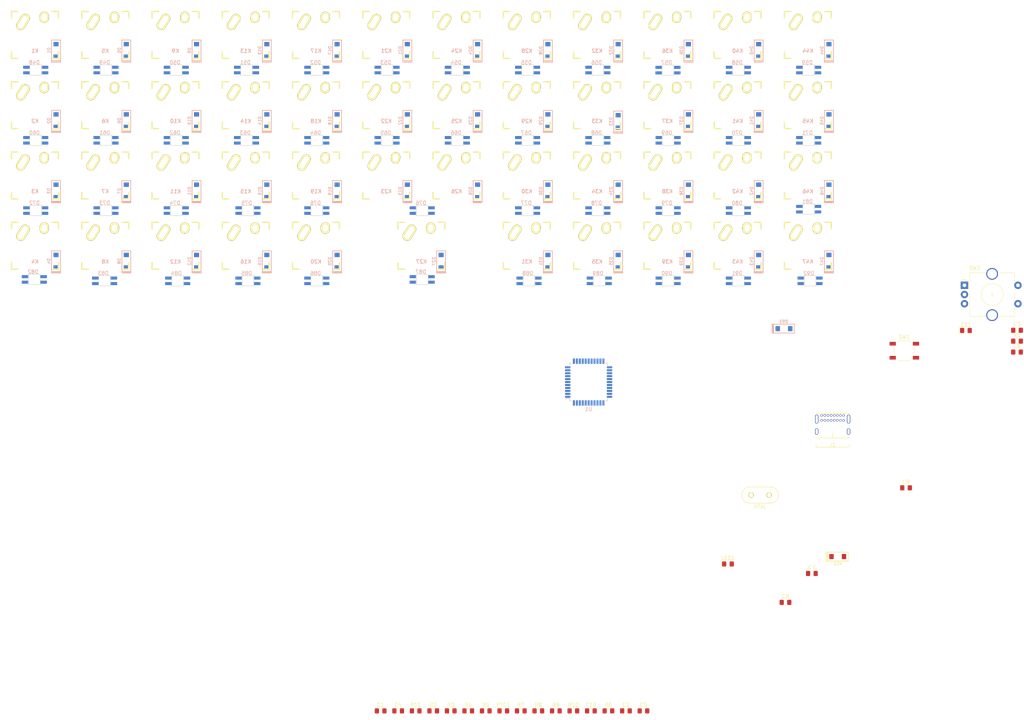
<source format=kicad_pcb>
(kicad_pcb (version 20171130) (host pcbnew "(5.1.0)-1")
  (layers (0 F.Cu signal) (31 B.Cu signal) (34 B.Paste user) (35 F.Paste user) (36 B.SilkS user) (37 F.SilkS user) (38 B.Mask user) (39 F.Mask user) (44 Edge.Cuts user))
  (net 0 "")
  (net 1 /XTAL2)
  (net 2 +5V)
  (net 3 /XTAL1)
  (net 4 5V)
  (net 5 /ENCODER_BOUT)
  (net 6 /ENCODER_AOUT)
  (net 7 /ROW0)
  (net 8 "Net-(D1-Pad2)")
  (net 9 /ROW1)
  (net 10 "Net-(D2-Pad2)")
  (net 11 /ROW2)
  (net 12 "Net-(D3-Pad2)")
  (net 13 /ROW3)
  (net 14 "Net-(D4-Pad2)")
  (net 15 "Net-(D5-Pad2)")
  (net 16 "Net-(D6-Pad2)")
  (net 17 "Net-(D7-Pad2)")
  (net 18 "Net-(D8-Pad2)")
  (net 19 "Net-(D9-Pad2)")
  (net 20 "Net-(D10-Pad2)")
  (net 21 "Net-(D11-Pad2)")
  (net 22 "Net-(D12-Pad2)")
  (net 23 "Net-(D13-Pad2)")
  (net 24 "Net-(D14-Pad2)")
  (net 25 "Net-(D15-Pad2)")
  (net 26 "Net-(D16-Pad2)")
  (net 27 "Net-(D17-Pad2)")
  (net 28 "Net-(D18-Pad2)")
  (net 29 "Net-(D19-Pad2)")
  (net 30 "Net-(D20-Pad2)")
  (net 31 "Net-(D21-Pad2)")
  (net 32 "Net-(D22-Pad2)")
  (net 33 "Net-(D23-Pad2)")
  (net 34 "Net-(D24-Pad2)")
  (net 35 "Net-(D25-Pad2)")
  (net 36 "Net-(D26-Pad2)")
  (net 37 "Net-(D27-Pad2)")
  (net 38 "Net-(D28-Pad2)")
  (net 39 "Net-(D29-Pad2)")
  (net 40 "Net-(D30-Pad2)")
  (net 41 "Net-(D31-Pad2)")
  (net 42 "Net-(D32-Pad2)")
  (net 43 "Net-(D33-Pad2)")
  (net 44 "Net-(D34-Pad2)")
  (net 45 "Net-(D35-Pad2)")
  (net 46 "Net-(D36-Pad2)")
  (net 47 "Net-(D37-Pad2)")
  (net 48 "Net-(D38-Pad2)")
  (net 49 "Net-(D39-Pad2)")
  (net 50 "Net-(D40-Pad2)")
  (net 51 "Net-(D41-Pad2)")
  (net 52 "Net-(D42-Pad2)")
  (net 53 "Net-(D43-Pad2)")
  (net 54 "Net-(D44-Pad2)")
  (net 55 "Net-(D46-Pad2)")
  (net 56 "Net-(D48-Pad4)")
  (net 57 /RGB)
  (net 58 "Net-(D49-Pad4)")
  (net 59 "Net-(D50-Pad4)")
  (net 60 "Net-(D51-Pad4)")
  (net 61 "Net-(D52-Pad4)")
  (net 62 "Net-(D54-Pad4)")
  (net 63 "Net-(D56-Pad4)")
  (net 64 "Net-(D58-Pad4)")
  (net 65 "Net-(D60-Pad4)")
  (net 66 "Net-(D61-Pad2)")
  (net 67 "Net-(D63-Pad2)")
  (net 68 "Net-(D65-Pad2)")
  (net 69 "Net-(D67-Pad2)")
  (net 70 "Net-(D69-Pad2)")
  (net 71 "Net-(D73-Pad4)")
  (net 72 "Net-(D75-Pad4)")
  (net 73 "Net-(D77-Pad4)")
  (net 74 "Net-(D79-Pad4)")
  (net 75 "Net-(D81-Pad4)")
  (net 76 "Net-(D82-Pad2)")
  (net 77 "Net-(D84-Pad2)")
  (net 78 "Net-(D86-Pad2)")
  (net 79 "Net-(D88-Pad2)")
  (net 80 "Net-(D90-Pad2)")
  (net 81 /ENCODER_S1)
  (net 82 "Net-(J1-PadA5)")
  (net 83 VCC)
  (net 84 "Net-(J1-PadA6)")
  (net 85 "Net-(J1-PadA7)")
  (net 86 "Net-(J1-PadA8)")
  (net 87 "Net-(J1-PadB8)")
  (net 88 "Net-(J1-PadB5)")
  (net 89 /COL0)
  (net 90 /COL1)
  (net 91 /COL2)
  (net 92 /COL3)
  (net 93 /COL4)
  (net 94 /COL5)
  (net 95 /COL6)
  (net 96 /COL7)
  (net 97 /COL8)
  (net 98 /COL9)
  (net 99 /COL10)
  (net 100 /COL11)
  (net 101 "Net-(LED1-Pad2)")
  (net 102 /RESET)
  (net 103 /D-)
  (net 104 /D+)
  (net 105 /ENCODER_B)
  (net 106 /ENCODER_A)
  (net 107 "Net-(U1-Pad42)")
  (net 108 "Net-(U1-Pad26)")
  (net 109 "Net-(U1-Pad22)")
  (net 110 "Net-(U1-Pad21)")
  (net 111 "Net-(U1-Pad20)")
  (net 112 "Net-(U1-Pad12)")
  (net 113 "Net-(U1-Pad1)")
  (net 114 "Net-(C11-Pad1)")
  (net 115 "Net-(R11-Pad2)")
  (net 116 GND)
  (net 117 "Net-(SW2-PadC)")
  (net 118 "Net-(D53-Pad4)")
  (net 119 "Net-(D55-Pad4)")
  (net 120 "Net-(D57-Pad4)")
  (net 121 "Net-(D59-Pad4)")
  (net 122 "Net-(D60-Pad2)")
  (net 123 "Net-(D62-Pad2)")
  (net 124 "Net-(D64-Pad2)")
  (net 125 "Net-(D66-Pad2)")
  (net 126 "Net-(D68-Pad2)")
  (net 127 "Net-(D70-Pad2)")
  (net 128 "Net-(D72-Pad4)")
  (net 129 "Net-(D74-Pad4)")
  (net 130 "Net-(D76-Pad4)")
  (net 131 "Net-(D78-Pad4)")
  (net 132 "Net-(D80-Pad4)")
  (net 133 "Net-(D82-Pad4)")
  (net 134 "Net-(D85-Pad2)")
  (net 135 "Net-(D87-Pad2)")
  (net 136 "Net-(D89-Pad2)")
  (net 137 "Net-(D91-Pad2)")
  (net 138 "Net-(D83-Pad2)")
  (module keyboardlib:sk6812_mini_E_cuts (layer F.Cu) (at 72.009 64.77)
    (fp_text reference D62 (at 2.15 -1.31) (layer B.SilkS) (effects (justify mirror)))
    (fp_text value SK6812)
    (fp_line (start 0.9 -0.65) (end 0.9 2.15) (layer Edge.Cuts) (width 0.12))
    (fp_line (start 4.1 2.15) (end 0.9 2.15) (layer Edge.Cuts) (width 0.12))
    (fp_line (start 4.1 -0.65) (end 4.1 2.15) (layer Edge.Cuts) (width 0.12))
    (fp_line (start 0.9 -0.65) (end 4.1 -0.65) (layer Edge.Cuts) (width 0.12))
    (pad 4 smd rect (at 5 0) (size 1.8 0.82) (layers B.Cu B.Paste B.Mask) (net 66 "Net-(D61-Pad2)"))
    (pad 3 smd rect (at 5 1.5) (size 1.8 0.82) (layers B.Cu B.Paste B.Mask) (net 4 5V))
    (pad 2 smd rect (at 0 1.5) (size 1.8 0.82) (layers B.Cu B.Paste B.Mask) (net 123 "Net-(D62-Pad2)"))
    (pad 1 smd rect (at 0 0) (size 1.8 0.82) (layers B.Cu B.Paste B.Mask) (net 116 GND))
  )
  (module keyboardlib:sk6812_mini_E_cuts (layer F.Cu) (at 72.39 102.87)
    (fp_text reference D84 (at 2.15 -1.31) (layer B.SilkS) (effects (justify mirror)))
    (fp_text value SK6812)
    (fp_line (start 0.9 -0.65) (end 4.1 -0.65) (layer Edge.Cuts) (width 0.12))
    (fp_line (start 4.1 -0.65) (end 4.1 2.15) (layer Edge.Cuts) (width 0.12))
    (fp_line (start 4.1 2.15) (end 0.9 2.15) (layer Edge.Cuts) (width 0.12))
    (fp_line (start 0.9 -0.65) (end 0.9 2.15) (layer Edge.Cuts) (width 0.12))
    (pad 1 smd rect (at 0 0) (size 1.8 0.82) (layers B.Cu B.Paste B.Mask) (net 116 GND))
    (pad 2 smd rect (at 0 1.5) (size 1.8 0.82) (layers B.Cu B.Paste B.Mask) (net 77 "Net-(D84-Pad2)"))
    (pad 3 smd rect (at 5 1.5) (size 1.8 0.82) (layers B.Cu B.Paste B.Mask) (net 4 5V))
    (pad 4 smd rect (at 5 0) (size 1.8 0.82) (layers B.Cu B.Paste B.Mask) (net 138 "Net-(D83-Pad2)"))
  )
  (module keyboard_parts:D_SOD123 (layer B.Cu) (at 239.268 116.586)
    (fp_text reference D93 (at 0 -1.925) (layer B.SilkS) (effects (font (size 0.8 0.8)) (justify mirror)))
    (fp_text value D hide)
    (pad 1 smd rect (at -1.7 0) (size 1.2 1.4) (layers B.Cu B.Paste B.Mask) (net 13 /ROW3))
    (pad 2 smd rect (at 1.7 0) (size 1.2 1.4) (layers B.Cu B.Paste B.Mask) (net 81 /ENCODER_S1))
  )
  (module keyboard_parts:XTAL_HC_49_TH (layer F.Cu) (at 232.821 161.698)
    (fp_text reference X1 hide)
    (fp_text value XTAL (at 0 3.15) (layer F.SilkS))
    (pad 2 thru_hole circle (at -2.45 0 180) (size 1.4 1.4) (drill 0.7) (layers *.Cu *.Mask F.SilkS) (net 3 /XTAL1))
    (pad 1 thru_hole circle (at 2.45 0 180) (size 1.4 1.4) (drill 0.7) (layers *.Cu *.Mask F.SilkS) (net 1 /XTAL2))
  )
  (module Package_QFP:LQFP-44_10x10mm_P0.8mm (layer B.Cu) (at 186.309 131.064)
    (fp_text reference U1 (at 0 7.35) (layer B.SilkS) (effects (justify mirror)))
    (fp_text value ATMEGA32U4)
    (pad 44 smd roundrect (at -4 5.6625) (size 0.55 1.475) (layers B.Cu B.Paste B.Mask) (net 4 5V))
    (pad 43 smd roundrect (at -3.2 5.6625) (size 0.55 1.475) (layers B.Cu B.Paste B.Mask) (net 116 GND))
    (pad 42 smd roundrect (at -2.4 5.6625) (size 0.55 1.475) (layers B.Cu B.Paste B.Mask) (net 107 "Net-(U1-Pad42)"))
    (pad 41 smd roundrect (at -1.6 5.6625) (size 0.55 1.475) (layers B.Cu B.Paste B.Mask) (net 89 /COL0))
    (pad 40 smd roundrect (at -0.8 5.6625) (size 0.55 1.475) (layers B.Cu B.Paste B.Mask) (net 90 /COL1))
    (pad 39 smd roundrect (at 0 5.6625) (size 0.55 1.475) (layers B.Cu B.Paste B.Mask) (net 91 /COL2))
    (pad 38 smd roundrect (at 0.8 5.6625) (size 0.55 1.475) (layers B.Cu B.Paste B.Mask) (net 92 /COL3))
    (pad 37 smd roundrect (at 1.6 5.6625) (size 0.55 1.475) (layers B.Cu B.Paste B.Mask) (net 93 /COL4))
    (pad 36 smd roundrect (at 2.4 5.6625) (size 0.55 1.475) (layers B.Cu B.Paste B.Mask) (net 94 /COL5))
    (pad 35 smd roundrect (at 3.2 5.6625) (size 0.55 1.475) (layers B.Cu B.Paste B.Mask) (net 116 GND))
    (pad 34 smd roundrect (at 4 5.6625) (size 0.55 1.475) (layers B.Cu B.Paste B.Mask) (net 4 5V))
    (pad 33 smd roundrect (at 5.6625 4) (size 1.475 0.55) (layers B.Cu B.Paste B.Mask) (net 115 "Net-(R11-Pad2)"))
    (pad 32 smd roundrect (at 5.6625 3.2) (size 1.475 0.55) (layers B.Cu B.Paste B.Mask) (net 95 /COL6))
    (pad 31 smd roundrect (at 5.6625 2.4) (size 1.475 0.55) (layers B.Cu B.Paste B.Mask) (net 96 /COL7))
    (pad 30 smd roundrect (at 5.6625 1.6) (size 1.475 0.55) (layers B.Cu B.Paste B.Mask) (net 97 /COL8))
    (pad 29 smd roundrect (at 5.6625 0.8) (size 1.475 0.55) (layers B.Cu B.Paste B.Mask) (net 98 /COL9))
    (pad 28 smd roundrect (at 5.6625 0) (size 1.475 0.55) (layers B.Cu B.Paste B.Mask) (net 99 /COL10))
    (pad 27 smd roundrect (at 5.6625 -0.8) (size 1.475 0.55) (layers B.Cu B.Paste B.Mask) (net 100 /COL11))
    (pad 26 smd roundrect (at 5.6625 -1.6) (size 1.475 0.55) (layers B.Cu B.Paste B.Mask) (net 108 "Net-(U1-Pad26)"))
    (pad 25 smd roundrect (at 5.6625 -2.4) (size 1.475 0.55) (layers B.Cu B.Paste B.Mask) (net 57 /RGB))
    (pad 24 smd roundrect (at 5.6625 -3.2) (size 1.475 0.55) (layers B.Cu B.Paste B.Mask) (net 4 5V))
    (pad 23 smd roundrect (at 5.6625 -4) (size 1.475 0.55) (layers B.Cu B.Paste B.Mask) (net 116 GND))
    (pad 22 smd roundrect (at 4 -5.6625) (size 0.55 1.475) (layers B.Cu B.Paste B.Mask) (net 109 "Net-(U1-Pad22)"))
    (pad 21 smd roundrect (at 3.2 -5.6625) (size 0.55 1.475) (layers B.Cu B.Paste B.Mask) (net 110 "Net-(U1-Pad21)"))
    (pad 20 smd roundrect (at 2.4 -5.6625) (size 0.55 1.475) (layers B.Cu B.Paste B.Mask) (net 111 "Net-(U1-Pad20)"))
    (pad 19 smd roundrect (at 1.6 -5.6625) (size 0.55 1.475) (layers B.Cu B.Paste B.Mask) (net 5 /ENCODER_BOUT))
    (pad 18 smd roundrect (at 0.8 -5.6625) (size 0.55 1.475) (layers B.Cu B.Paste B.Mask) (net 6 /ENCODER_AOUT))
    (pad 17 smd roundrect (at 0 -5.6625) (size 0.55 1.475) (layers B.Cu B.Paste B.Mask) (net 1 /XTAL2))
    (pad 16 smd roundrect (at -0.8 -5.6625) (size 0.55 1.475) (layers B.Cu B.Paste B.Mask) (net 3 /XTAL1))
    (pad 15 smd roundrect (at -1.6 -5.6625) (size 0.55 1.475) (layers B.Cu B.Paste B.Mask) (net 116 GND))
    (pad 14 smd roundrect (at -2.4 -5.6625) (size 0.55 1.475) (layers B.Cu B.Paste B.Mask) (net 4 5V))
    (pad 13 smd roundrect (at -3.2 -5.6625) (size 0.55 1.475) (layers B.Cu B.Paste B.Mask) (net 102 /RESET))
    (pad 12 smd roundrect (at -4 -5.6625) (size 0.55 1.475) (layers B.Cu B.Paste B.Mask) (net 112 "Net-(U1-Pad12)"))
    (pad 11 smd roundrect (at -5.6625 -4) (size 1.475 0.55) (layers B.Cu B.Paste B.Mask) (net 13 /ROW3))
    (pad 10 smd roundrect (at -5.6625 -3.2) (size 1.475 0.55) (layers B.Cu B.Paste B.Mask) (net 11 /ROW2))
    (pad 9 smd roundrect (at -5.6625 -2.4) (size 1.475 0.55) (layers B.Cu B.Paste B.Mask) (net 9 /ROW1))
    (pad 8 smd roundrect (at -5.6625 -1.6) (size 1.475 0.55) (layers B.Cu B.Paste B.Mask) (net 7 /ROW0))
    (pad 7 smd roundrect (at -5.6625 -0.8) (size 1.475 0.55) (layers B.Cu B.Paste B.Mask) (net 4 5V))
    (pad 6 smd roundrect (at -5.6625 0) (size 1.475 0.55) (layers B.Cu B.Paste B.Mask) (net 114 "Net-(C11-Pad1)"))
    (pad 5 smd roundrect (at -5.6625 0.8) (size 1.475 0.55) (layers B.Cu B.Paste B.Mask) (net 116 GND))
    (pad 4 smd roundrect (at -5.6625 1.6) (size 1.475 0.55) (layers B.Cu B.Paste B.Mask) (net 104 /D+))
    (pad 3 smd roundrect (at -5.6625 2.4) (size 1.475 0.55) (layers B.Cu B.Paste B.Mask) (net 103 /D-))
    (pad 2 smd roundrect (at -5.6625 3.2) (size 1.475 0.55) (layers B.Cu B.Paste B.Mask) (net 4 5V))
    (pad 1 smd roundrect (at -5.6625 4) (size 1.475 0.55) (layers B.Cu B.Paste B.Mask) (net 113 "Net-(U1-Pad1)"))
  )
  (module Rotary_Encoder:RotaryEncoder_Alps_EC11E-Switch_Vertical_H20mm_CircularMountingHoles (layer F.Cu) (at 288.201 104.828)
    (fp_text reference SW2 (at 2.8 -4.7) (layer F.SilkS))
    (fp_text value Rotary_Encoder_Switch)
    (pad A thru_hole rect (at 0 0) (size 2 2) (drill 1) (layers *.Cu *.Mask) (net 106 /ENCODER_A))
    (pad C thru_hole circle (at 0 2.5) (size 2 2) (drill 1) (layers *.Cu *.Mask) (net 117 "Net-(SW2-PadC)"))
    (pad B thru_hole circle (at 0 5) (size 2 2) (drill 1) (layers *.Cu *.Mask) (net 105 /ENCODER_B))
    (pad MP thru_hole circle (at 7.5 -3.1) (size 3.2 3.2) (drill 2.6) (layers *.Cu *.Mask))
    (pad MP thru_hole circle (at 7.5 8.1) (size 3.2 3.2) (drill 2.6) (layers *.Cu *.Mask))
    (pad S2 thru_hole circle (at 14.5 0) (size 2 2) (drill 1) (layers *.Cu *.Mask) (net 94 /COL5))
    (pad S1 thru_hole circle (at 14.5 5) (size 2 2) (drill 1) (layers *.Cu *.Mask) (net 81 /ENCODER_S1))
  )
  (module Button_Switch_SMD:SW_SPST_TL3342 (layer F.Cu) (at 271.901 122.568)
    (fp_text reference SW1 (at 0 -3.75) (layer F.SilkS))
    (fp_text value SW_PUSH)
    (pad 2 smd rect (at 3.15 1.9) (size 1.7 1) (layers F.Cu F.Paste F.Mask) (net 116 GND))
    (pad 2 smd rect (at -3.15 1.9) (size 1.7 1) (layers F.Cu F.Paste F.Mask) (net 116 GND))
    (pad 1 smd rect (at 3.15 -1.9) (size 1.7 1) (layers F.Cu F.Paste F.Mask) (net 102 /RESET))
    (pad 1 smd rect (at -3.15 -1.9) (size 1.7 1) (layers F.Cu F.Paste F.Mask) (net 102 /RESET))
  )
  (module Resistor_SMD:R_0805_2012Metric_Pad1.15x1.40mm_HandSolder (layer F.Cu) (at 139.421 220.218)
    (fp_text reference R11 (at 0 -1.65) (layer F.SilkS))
    (fp_text value 10k)
    (pad 2 smd roundrect (at 1.025 0) (size 1.15 1.4) (layers F.Cu F.Paste F.Mask) (roundrect_rratio 0.217391) (net 115 "Net-(R11-Pad2)"))
    (pad 1 smd roundrect (at -1.025 0) (size 1.15 1.4) (layers F.Cu F.Paste F.Mask) (roundrect_rratio 0.217391) (net 116 GND))
  )
  (module Resistor_SMD:R_0805_2012Metric_Pad1.15x1.40mm_HandSolder (layer F.Cu) (at 182.171 220.218)
    (fp_text reference R10 (at 0 -1.65) (layer F.SilkS))
    (fp_text value 220)
    (pad 2 smd roundrect (at 1.025 0) (size 1.15 1.4) (layers F.Cu F.Paste F.Mask) (roundrect_rratio 0.217391) (net 101 "Net-(LED1-Pad2)"))
    (pad 1 smd roundrect (at -1.025 0) (size 1.15 1.4) (layers F.Cu F.Paste F.Mask) (roundrect_rratio 0.217391) (net 4 5V))
  )
  (module Resistor_SMD:R_0805_2012Metric_Pad1.15x1.40mm_HandSolder (layer F.Cu) (at 177.421 220.218)
    (fp_text reference R9 (at 0 -1.65) (layer F.SilkS))
    (fp_text value 10k)
    (pad 2 smd roundrect (at 1.025 0) (size 1.15 1.4) (layers F.Cu F.Paste F.Mask) (roundrect_rratio 0.217391) (net 106 /ENCODER_A))
    (pad 1 smd roundrect (at -1.025 0) (size 1.15 1.4) (layers F.Cu F.Paste F.Mask) (roundrect_rratio 0.217391) (net 6 /ENCODER_AOUT))
  )
  (module Resistor_SMD:R_0805_2012Metric_Pad1.15x1.40mm_HandSolder (layer F.Cu) (at 172.671 220.218)
    (fp_text reference R8 (at 0 -1.65) (layer F.SilkS))
    (fp_text value 10k)
    (pad 2 smd roundrect (at 1.025 0) (size 1.15 1.4) (layers F.Cu F.Paste F.Mask) (roundrect_rratio 0.217391) (net 4 5V))
    (pad 1 smd roundrect (at -1.025 0) (size 1.15 1.4) (layers F.Cu F.Paste F.Mask) (roundrect_rratio 0.217391) (net 106 /ENCODER_A))
  )
  (module Resistor_SMD:R_0805_2012Metric_Pad1.15x1.40mm_HandSolder (layer F.Cu) (at 167.921 220.218)
    (fp_text reference R7 (at 0 -1.65) (layer F.SilkS))
    (fp_text value 10k)
    (pad 2 smd roundrect (at 1.025 0) (size 1.15 1.4) (layers F.Cu F.Paste F.Mask) (roundrect_rratio 0.217391) (net 105 /ENCODER_B))
    (pad 1 smd roundrect (at -1.025 0) (size 1.15 1.4) (layers F.Cu F.Paste F.Mask) (roundrect_rratio 0.217391) (net 5 /ENCODER_BOUT))
  )
  (module Resistor_SMD:R_0805_2012Metric_Pad1.15x1.40mm_HandSolder (layer F.Cu) (at 191.671 220.218)
    (fp_text reference R6 (at 0 -1.65) (layer F.SilkS))
    (fp_text value 10k)
    (pad 2 smd roundrect (at 1.025 0) (size 1.15 1.4) (layers F.Cu F.Paste F.Mask) (roundrect_rratio 0.217391) (net 4 5V))
    (pad 1 smd roundrect (at -1.025 0) (size 1.15 1.4) (layers F.Cu F.Paste F.Mask) (roundrect_rratio 0.217391) (net 105 /ENCODER_B))
  )
  (module Resistor_SMD:R_0805_2012Metric_Pad1.15x1.40mm_HandSolder (layer F.Cu) (at 158.421 220.218)
    (fp_text reference R5 (at 0 -1.65) (layer F.SilkS))
    (fp_text value 22)
    (pad 2 smd roundrect (at 1.025 0) (size 1.15 1.4) (layers F.Cu F.Paste F.Mask) (roundrect_rratio 0.217391) (net 84 "Net-(J1-PadA6)"))
    (pad 1 smd roundrect (at -1.025 0) (size 1.15 1.4) (layers F.Cu F.Paste F.Mask) (roundrect_rratio 0.217391) (net 104 /D+))
  )
  (module Resistor_SMD:R_0805_2012Metric_Pad1.15x1.40mm_HandSolder (layer F.Cu) (at 153.671 220.218)
    (fp_text reference R4 (at 0 -1.65) (layer F.SilkS))
    (fp_text value 22)
    (pad 2 smd roundrect (at 1.025 0) (size 1.15 1.4) (layers F.Cu F.Paste F.Mask) (roundrect_rratio 0.217391) (net 85 "Net-(J1-PadA7)"))
    (pad 1 smd roundrect (at -1.025 0) (size 1.15 1.4) (layers F.Cu F.Paste F.Mask) (roundrect_rratio 0.217391) (net 103 /D-))
  )
  (module Resistor_SMD:R_0805_2012Metric_Pad1.15x1.40mm_HandSolder (layer F.Cu) (at 148.921 220.218)
    (fp_text reference R3 (at 0 -1.65) (layer F.SilkS))
    (fp_text value 5.1k)
    (pad 2 smd roundrect (at 1.025 0) (size 1.15 1.4) (layers F.Cu F.Paste F.Mask) (roundrect_rratio 0.217391) (net 88 "Net-(J1-PadB5)"))
    (pad 1 smd roundrect (at -1.025 0) (size 1.15 1.4) (layers F.Cu F.Paste F.Mask) (roundrect_rratio 0.217391) (net 116 GND))
  )
  (module Resistor_SMD:R_0805_2012Metric_Pad1.15x1.40mm_HandSolder (layer F.Cu) (at 144.171 220.218)
    (fp_text reference R2 (at 0 -1.65) (layer F.SilkS))
    (fp_text value 5.1k)
    (pad 2 smd roundrect (at 1.025 0) (size 1.15 1.4) (layers F.Cu F.Paste F.Mask) (roundrect_rratio 0.217391) (net 82 "Net-(J1-PadA5)"))
    (pad 1 smd roundrect (at -1.025 0) (size 1.15 1.4) (layers F.Cu F.Paste F.Mask) (roundrect_rratio 0.217391) (net 116 GND))
  )
  (module Resistor_SMD:R_0805_2012Metric_Pad1.15x1.40mm_HandSolder (layer F.Cu) (at 302.451 119.978)
    (fp_text reference R1 (at 0 -1.65) (layer F.SilkS))
    (fp_text value 10k)
    (pad 2 smd roundrect (at 1.025 0) (size 1.15 1.4) (layers F.Cu F.Paste F.Mask) (roundrect_rratio 0.217391) (net 102 /RESET))
    (pad 1 smd roundrect (at -1.025 0) (size 1.15 1.4) (layers F.Cu F.Paste F.Mask) (roundrect_rratio 0.217391) (net 4 5V))
  )
  (module Fuse:Fuse_0805_2012Metric_Pad1.15x1.40mm_HandSolder (layer F.Cu) (at 163.171 220.218)
    (fp_text reference PTC1 (at 0 -1.65) (layer F.SilkS))
    (fp_text value "PTC 1.5A")
    (pad 2 smd roundrect (at 1.025 0) (size 1.15 1.4) (layers F.Cu F.Paste F.Mask) (roundrect_rratio 0.217391) (net 4 5V))
    (pad 1 smd roundrect (at -1.025 0) (size 1.15 1.4) (layers F.Cu F.Paste F.Mask) (roundrect_rratio 0.217391) (net 83 VCC))
  )
  (module LED_SMD:LED_0805_2012Metric_Pad1.15x1.40mm_HandSolder (layer F.Cu) (at 224.076 180.383)
    (fp_text reference LED1 (at 0 -1.65) (layer F.SilkS))
    (fp_text value LED)
    (pad 2 smd roundrect (at 1.025 0) (size 1.15 1.4) (layers F.Cu F.Paste F.Mask) (roundrect_rratio 0.217391) (net 101 "Net-(LED1-Pad2)"))
    (pad 1 smd roundrect (at -1.025 0) (size 1.15 1.4) (layers F.Cu F.Paste F.Mask) (roundrect_rratio 0.217391) (net 2 +5V))
  )
  (module keebs:Mx_Alps_100 (layer F.Cu) (at 245.745 94.107)
    (fp_text reference K47 (at 0 4.318) (layer B.SilkS) (effects (font (thickness 0.2)) (justify mirror)))
    (fp_text value KEYSW hide)
    (pad 2 thru_hole oval (at 2.52 -4.79 356.1) (size 2.5 3.08) (drill oval 1.5 2.08) (layers *.Cu *.Mask F.SilkS) (net 11 /ROW2))
    (pad 1 thru_hole oval (at -3.255 -3.52 327.5) (size 2.5 4.75) (drill oval 1.5 3.75) (layers *.Cu *.Mask F.SilkS) (net 100 /COL11))
    (pad "" np_thru_hole circle (at 5.08 0) (size 1.7018 1.7018) (drill 1.7018) (layers *.Cu *.Mask))
    (pad "" np_thru_hole circle (at -5.08 0) (size 1.7018 1.7018) (drill 1.7018) (layers *.Cu *.Mask))
    (pad "" np_thru_hole circle (at 0 0) (size 3.9878 3.9878) (drill 3.9878) (layers *.Cu *.Mask))
  )
  (module keebs:Mx_Alps_100 (layer F.Cu) (at 245.745 75.057)
    (fp_text reference K46 (at 0 4.318) (layer B.SilkS) (effects (font (thickness 0.2)) (justify mirror)))
    (fp_text value KEYSW hide)
    (pad 2 thru_hole oval (at 2.52 -4.79 356.1) (size 2.5 3.08) (drill oval 1.5 2.08) (layers *.Cu *.Mask F.SilkS) (net 55 "Net-(D46-Pad2)"))
    (pad 1 thru_hole oval (at -3.255 -3.52 327.5) (size 2.5 4.75) (drill oval 1.5 3.75) (layers *.Cu *.Mask F.SilkS) (net 100 /COL11))
    (pad "" np_thru_hole circle (at 5.08 0) (size 1.7018 1.7018) (drill 1.7018) (layers *.Cu *.Mask))
    (pad "" np_thru_hole circle (at -5.08 0) (size 1.7018 1.7018) (drill 1.7018) (layers *.Cu *.Mask))
    (pad "" np_thru_hole circle (at 0 0) (size 3.9878 3.9878) (drill 3.9878) (layers *.Cu *.Mask))
  )
  (module keebs:Mx_Alps_100 (layer F.Cu) (at 245.745 56.007)
    (fp_text reference K45 (at 0 4.318) (layer B.SilkS) (effects (font (thickness 0.2)) (justify mirror)))
    (fp_text value KEYSW hide)
    (pad 2 thru_hole oval (at 2.52 -4.79 356.1) (size 2.5 3.08) (drill oval 1.5 2.08) (layers *.Cu *.Mask F.SilkS) (net 7 /ROW0))
    (pad 1 thru_hole oval (at -3.255 -3.52 327.5) (size 2.5 4.75) (drill oval 1.5 3.75) (layers *.Cu *.Mask F.SilkS) (net 100 /COL11))
    (pad "" np_thru_hole circle (at 5.08 0) (size 1.7018 1.7018) (drill 1.7018) (layers *.Cu *.Mask))
    (pad "" np_thru_hole circle (at -5.08 0) (size 1.7018 1.7018) (drill 1.7018) (layers *.Cu *.Mask))
    (pad "" np_thru_hole circle (at 0 0) (size 3.9878 3.9878) (drill 3.9878) (layers *.Cu *.Mask))
  )
  (module keebs:Mx_Alps_100 (layer F.Cu) (at 245.745 36.957)
    (fp_text reference K44 (at 0 4.318) (layer B.SilkS) (effects (font (thickness 0.2)) (justify mirror)))
    (fp_text value KEYSW hide)
    (pad 2 thru_hole oval (at 2.52 -4.79 356.1) (size 2.5 3.08) (drill oval 1.5 2.08) (layers *.Cu *.Mask F.SilkS) (net 54 "Net-(D44-Pad2)"))
    (pad 1 thru_hole oval (at -3.255 -3.52 327.5) (size 2.5 4.75) (drill oval 1.5 3.75) (layers *.Cu *.Mask F.SilkS) (net 100 /COL11))
    (pad "" np_thru_hole circle (at 5.08 0) (size 1.7018 1.7018) (drill 1.7018) (layers *.Cu *.Mask))
    (pad "" np_thru_hole circle (at -5.08 0) (size 1.7018 1.7018) (drill 1.7018) (layers *.Cu *.Mask))
    (pad "" np_thru_hole circle (at 0 0) (size 3.9878 3.9878) (drill 3.9878) (layers *.Cu *.Mask))
  )
  (module keebs:Mx_Alps_100 (layer F.Cu) (at 226.695 94.107)
    (fp_text reference K43 (at 0 4.318) (layer B.SilkS) (effects (font (thickness 0.2)) (justify mirror)))
    (fp_text value KEYSW hide)
    (pad 2 thru_hole oval (at 2.52 -4.79 356.1) (size 2.5 3.08) (drill oval 1.5 2.08) (layers *.Cu *.Mask F.SilkS) (net 53 "Net-(D43-Pad2)"))
    (pad 1 thru_hole oval (at -3.255 -3.52 327.5) (size 2.5 4.75) (drill oval 1.5 3.75) (layers *.Cu *.Mask F.SilkS) (net 99 /COL10))
    (pad "" np_thru_hole circle (at 5.08 0) (size 1.7018 1.7018) (drill 1.7018) (layers *.Cu *.Mask))
    (pad "" np_thru_hole circle (at -5.08 0) (size 1.7018 1.7018) (drill 1.7018) (layers *.Cu *.Mask))
    (pad "" np_thru_hole circle (at 0 0) (size 3.9878 3.9878) (drill 3.9878) (layers *.Cu *.Mask))
  )
  (module keebs:Mx_Alps_100 (layer F.Cu) (at 226.695 75.057)
    (fp_text reference K42 (at 0 4.318) (layer B.SilkS) (effects (font (thickness 0.2)) (justify mirror)))
    (fp_text value KEYSW hide)
    (pad 2 thru_hole oval (at 2.52 -4.79 356.1) (size 2.5 3.08) (drill oval 1.5 2.08) (layers *.Cu *.Mask F.SilkS) (net 52 "Net-(D42-Pad2)"))
    (pad 1 thru_hole oval (at -3.255 -3.52 327.5) (size 2.5 4.75) (drill oval 1.5 3.75) (layers *.Cu *.Mask F.SilkS) (net 99 /COL10))
    (pad "" np_thru_hole circle (at 5.08 0) (size 1.7018 1.7018) (drill 1.7018) (layers *.Cu *.Mask))
    (pad "" np_thru_hole circle (at -5.08 0) (size 1.7018 1.7018) (drill 1.7018) (layers *.Cu *.Mask))
    (pad "" np_thru_hole circle (at 0 0) (size 3.9878 3.9878) (drill 3.9878) (layers *.Cu *.Mask))
  )
  (module keebs:Mx_Alps_100 (layer F.Cu) (at 226.695 56.007)
    (fp_text reference K41 (at 0 4.318) (layer B.SilkS) (effects (font (thickness 0.2)) (justify mirror)))
    (fp_text value KEYSW hide)
    (pad 2 thru_hole oval (at 2.52 -4.79 356.1) (size 2.5 3.08) (drill oval 1.5 2.08) (layers *.Cu *.Mask F.SilkS) (net 51 "Net-(D41-Pad2)"))
    (pad 1 thru_hole oval (at -3.255 -3.52 327.5) (size 2.5 4.75) (drill oval 1.5 3.75) (layers *.Cu *.Mask F.SilkS) (net 99 /COL10))
    (pad "" np_thru_hole circle (at 5.08 0) (size 1.7018 1.7018) (drill 1.7018) (layers *.Cu *.Mask))
    (pad "" np_thru_hole circle (at -5.08 0) (size 1.7018 1.7018) (drill 1.7018) (layers *.Cu *.Mask))
    (pad "" np_thru_hole circle (at 0 0) (size 3.9878 3.9878) (drill 3.9878) (layers *.Cu *.Mask))
  )
  (module keebs:Mx_Alps_100 (layer F.Cu) (at 226.695 36.957)
    (fp_text reference K40 (at 0 4.318) (layer B.SilkS) (effects (font (thickness 0.2)) (justify mirror)))
    (fp_text value KEYSW hide)
    (pad 2 thru_hole oval (at 2.52 -4.79 356.1) (size 2.5 3.08) (drill oval 1.5 2.08) (layers *.Cu *.Mask F.SilkS) (net 50 "Net-(D40-Pad2)"))
    (pad 1 thru_hole oval (at -3.255 -3.52 327.5) (size 2.5 4.75) (drill oval 1.5 3.75) (layers *.Cu *.Mask F.SilkS) (net 99 /COL10))
    (pad "" np_thru_hole circle (at 5.08 0) (size 1.7018 1.7018) (drill 1.7018) (layers *.Cu *.Mask))
    (pad "" np_thru_hole circle (at -5.08 0) (size 1.7018 1.7018) (drill 1.7018) (layers *.Cu *.Mask))
    (pad "" np_thru_hole circle (at 0 0) (size 3.9878 3.9878) (drill 3.9878) (layers *.Cu *.Mask))
  )
  (module keebs:Mx_Alps_100 (layer F.Cu) (at 207.645 94.107)
    (fp_text reference K39 (at 0 4.318) (layer B.SilkS) (effects (font (thickness 0.2)) (justify mirror)))
    (fp_text value KEYSW hide)
    (pad 2 thru_hole oval (at 2.52 -4.79 356.1) (size 2.5 3.08) (drill oval 1.5 2.08) (layers *.Cu *.Mask F.SilkS) (net 49 "Net-(D39-Pad2)"))
    (pad 1 thru_hole oval (at -3.255 -3.52 327.5) (size 2.5 4.75) (drill oval 1.5 3.75) (layers *.Cu *.Mask F.SilkS) (net 98 /COL9))
    (pad "" np_thru_hole circle (at 5.08 0) (size 1.7018 1.7018) (drill 1.7018) (layers *.Cu *.Mask))
    (pad "" np_thru_hole circle (at -5.08 0) (size 1.7018 1.7018) (drill 1.7018) (layers *.Cu *.Mask))
    (pad "" np_thru_hole circle (at 0 0) (size 3.9878 3.9878) (drill 3.9878) (layers *.Cu *.Mask))
  )
  (module keebs:Mx_Alps_100 (layer F.Cu) (at 207.645 75.057)
    (fp_text reference K38 (at 0 4.318) (layer B.SilkS) (effects (font (thickness 0.2)) (justify mirror)))
    (fp_text value KEYSW hide)
    (pad 2 thru_hole oval (at 2.52 -4.79 356.1) (size 2.5 3.08) (drill oval 1.5 2.08) (layers *.Cu *.Mask F.SilkS) (net 48 "Net-(D38-Pad2)"))
    (pad 1 thru_hole oval (at -3.255 -3.52 327.5) (size 2.5 4.75) (drill oval 1.5 3.75) (layers *.Cu *.Mask F.SilkS) (net 98 /COL9))
    (pad "" np_thru_hole circle (at 5.08 0) (size 1.7018 1.7018) (drill 1.7018) (layers *.Cu *.Mask))
    (pad "" np_thru_hole circle (at -5.08 0) (size 1.7018 1.7018) (drill 1.7018) (layers *.Cu *.Mask))
    (pad "" np_thru_hole circle (at 0 0) (size 3.9878 3.9878) (drill 3.9878) (layers *.Cu *.Mask))
  )
  (module keebs:Mx_Alps_100 (layer F.Cu) (at 207.645 56.007)
    (fp_text reference K37 (at 0 4.318) (layer B.SilkS) (effects (font (thickness 0.2)) (justify mirror)))
    (fp_text value KEYSW hide)
    (pad 2 thru_hole oval (at 2.52 -4.79 356.1) (size 2.5 3.08) (drill oval 1.5 2.08) (layers *.Cu *.Mask F.SilkS) (net 47 "Net-(D37-Pad2)"))
    (pad 1 thru_hole oval (at -3.255 -3.52 327.5) (size 2.5 4.75) (drill oval 1.5 3.75) (layers *.Cu *.Mask F.SilkS) (net 98 /COL9))
    (pad "" np_thru_hole circle (at 5.08 0) (size 1.7018 1.7018) (drill 1.7018) (layers *.Cu *.Mask))
    (pad "" np_thru_hole circle (at -5.08 0) (size 1.7018 1.7018) (drill 1.7018) (layers *.Cu *.Mask))
    (pad "" np_thru_hole circle (at 0 0) (size 3.9878 3.9878) (drill 3.9878) (layers *.Cu *.Mask))
  )
  (module keebs:Mx_Alps_100 (layer F.Cu) (at 207.645 36.957)
    (fp_text reference K36 (at 0 4.318) (layer B.SilkS) (effects (font (thickness 0.2)) (justify mirror)))
    (fp_text value KEYSW hide)
    (pad 2 thru_hole oval (at 2.52 -4.79 356.1) (size 2.5 3.08) (drill oval 1.5 2.08) (layers *.Cu *.Mask F.SilkS) (net 46 "Net-(D36-Pad2)"))
    (pad 1 thru_hole oval (at -3.255 -3.52 327.5) (size 2.5 4.75) (drill oval 1.5 3.75) (layers *.Cu *.Mask F.SilkS) (net 98 /COL9))
    (pad "" np_thru_hole circle (at 5.08 0) (size 1.7018 1.7018) (drill 1.7018) (layers *.Cu *.Mask))
    (pad "" np_thru_hole circle (at -5.08 0) (size 1.7018 1.7018) (drill 1.7018) (layers *.Cu *.Mask))
    (pad "" np_thru_hole circle (at 0 0) (size 3.9878 3.9878) (drill 3.9878) (layers *.Cu *.Mask))
  )
  (module keebs:Mx_Alps_100 (layer F.Cu) (at 188.595 94.107)
    (fp_text reference K35 (at 0 4.318) (layer B.SilkS) (effects (font (thickness 0.2)) (justify mirror)))
    (fp_text value KEYSW hide)
    (pad 2 thru_hole oval (at 2.52 -4.79 356.1) (size 2.5 3.08) (drill oval 1.5 2.08) (layers *.Cu *.Mask F.SilkS) (net 45 "Net-(D35-Pad2)"))
    (pad 1 thru_hole oval (at -3.255 -3.52 327.5) (size 2.5 4.75) (drill oval 1.5 3.75) (layers *.Cu *.Mask F.SilkS) (net 97 /COL8))
    (pad "" np_thru_hole circle (at 5.08 0) (size 1.7018 1.7018) (drill 1.7018) (layers *.Cu *.Mask))
    (pad "" np_thru_hole circle (at -5.08 0) (size 1.7018 1.7018) (drill 1.7018) (layers *.Cu *.Mask))
    (pad "" np_thru_hole circle (at 0 0) (size 3.9878 3.9878) (drill 3.9878) (layers *.Cu *.Mask))
  )
  (module keebs:Mx_Alps_100 (layer F.Cu) (at 188.595 75.057)
    (fp_text reference K34 (at 0 4.318) (layer B.SilkS) (effects (font (thickness 0.2)) (justify mirror)))
    (fp_text value KEYSW hide)
    (pad 2 thru_hole oval (at 2.52 -4.79 356.1) (size 2.5 3.08) (drill oval 1.5 2.08) (layers *.Cu *.Mask F.SilkS) (net 44 "Net-(D34-Pad2)"))
    (pad 1 thru_hole oval (at -3.255 -3.52 327.5) (size 2.5 4.75) (drill oval 1.5 3.75) (layers *.Cu *.Mask F.SilkS) (net 97 /COL8))
    (pad "" np_thru_hole circle (at 5.08 0) (size 1.7018 1.7018) (drill 1.7018) (layers *.Cu *.Mask))
    (pad "" np_thru_hole circle (at -5.08 0) (size 1.7018 1.7018) (drill 1.7018) (layers *.Cu *.Mask))
    (pad "" np_thru_hole circle (at 0 0) (size 3.9878 3.9878) (drill 3.9878) (layers *.Cu *.Mask))
  )
  (module keebs:Mx_Alps_100 (layer F.Cu) (at 188.595 56.007)
    (fp_text reference K33 (at 0 4.318) (layer B.SilkS) (effects (font (thickness 0.2)) (justify mirror)))
    (fp_text value KEYSW hide)
    (pad 2 thru_hole oval (at 2.52 -4.79 356.1) (size 2.5 3.08) (drill oval 1.5 2.08) (layers *.Cu *.Mask F.SilkS) (net 43 "Net-(D33-Pad2)"))
    (pad 1 thru_hole oval (at -3.255 -3.52 327.5) (size 2.5 4.75) (drill oval 1.5 3.75) (layers *.Cu *.Mask F.SilkS) (net 97 /COL8))
    (pad "" np_thru_hole circle (at 5.08 0) (size 1.7018 1.7018) (drill 1.7018) (layers *.Cu *.Mask))
    (pad "" np_thru_hole circle (at -5.08 0) (size 1.7018 1.7018) (drill 1.7018) (layers *.Cu *.Mask))
    (pad "" np_thru_hole circle (at 0 0) (size 3.9878 3.9878) (drill 3.9878) (layers *.Cu *.Mask))
  )
  (module keebs:Mx_Alps_100 (layer F.Cu) (at 188.595 36.957)
    (fp_text reference K32 (at 0 4.318) (layer B.SilkS) (effects (font (thickness 0.2)) (justify mirror)))
    (fp_text value KEYSW hide)
    (pad 2 thru_hole oval (at 2.52 -4.79 356.1) (size 2.5 3.08) (drill oval 1.5 2.08) (layers *.Cu *.Mask F.SilkS) (net 42 "Net-(D32-Pad2)"))
    (pad 1 thru_hole oval (at -3.255 -3.52 327.5) (size 2.5 4.75) (drill oval 1.5 3.75) (layers *.Cu *.Mask F.SilkS) (net 97 /COL8))
    (pad "" np_thru_hole circle (at 5.08 0) (size 1.7018 1.7018) (drill 1.7018) (layers *.Cu *.Mask))
    (pad "" np_thru_hole circle (at -5.08 0) (size 1.7018 1.7018) (drill 1.7018) (layers *.Cu *.Mask))
    (pad "" np_thru_hole circle (at 0 0) (size 3.9878 3.9878) (drill 3.9878) (layers *.Cu *.Mask))
  )
  (module keebs:Mx_Alps_100 (layer F.Cu) (at 169.545 94.107)
    (fp_text reference K31 (at 0 4.318) (layer B.SilkS) (effects (font (thickness 0.2)) (justify mirror)))
    (fp_text value KEYSW hide)
    (pad 2 thru_hole oval (at 2.52 -4.79 356.1) (size 2.5 3.08) (drill oval 1.5 2.08) (layers *.Cu *.Mask F.SilkS) (net 41 "Net-(D31-Pad2)"))
    (pad 1 thru_hole oval (at -3.255 -3.52 327.5) (size 2.5 4.75) (drill oval 1.5 3.75) (layers *.Cu *.Mask F.SilkS) (net 96 /COL7))
    (pad "" np_thru_hole circle (at 5.08 0) (size 1.7018 1.7018) (drill 1.7018) (layers *.Cu *.Mask))
    (pad "" np_thru_hole circle (at -5.08 0) (size 1.7018 1.7018) (drill 1.7018) (layers *.Cu *.Mask))
    (pad "" np_thru_hole circle (at 0 0) (size 3.9878 3.9878) (drill 3.9878) (layers *.Cu *.Mask))
  )
  (module keebs:Mx_Alps_100 (layer F.Cu) (at 169.545 75.057)
    (fp_text reference K30 (at 0 4.318) (layer B.SilkS) (effects (font (thickness 0.2)) (justify mirror)))
    (fp_text value KEYSW hide)
    (pad 2 thru_hole oval (at 2.52 -4.79 356.1) (size 2.5 3.08) (drill oval 1.5 2.08) (layers *.Cu *.Mask F.SilkS) (net 40 "Net-(D30-Pad2)"))
    (pad 1 thru_hole oval (at -3.255 -3.52 327.5) (size 2.5 4.75) (drill oval 1.5 3.75) (layers *.Cu *.Mask F.SilkS) (net 96 /COL7))
    (pad "" np_thru_hole circle (at 5.08 0) (size 1.7018 1.7018) (drill 1.7018) (layers *.Cu *.Mask))
    (pad "" np_thru_hole circle (at -5.08 0) (size 1.7018 1.7018) (drill 1.7018) (layers *.Cu *.Mask))
    (pad "" np_thru_hole circle (at 0 0) (size 3.9878 3.9878) (drill 3.9878) (layers *.Cu *.Mask))
  )
  (module keebs:Mx_Alps_100 (layer F.Cu) (at 169.545 56.007)
    (fp_text reference K29 (at 0 4.318) (layer B.SilkS) (effects (font (thickness 0.2)) (justify mirror)))
    (fp_text value KEYSW hide)
    (pad 2 thru_hole oval (at 2.52 -4.79 356.1) (size 2.5 3.08) (drill oval 1.5 2.08) (layers *.Cu *.Mask F.SilkS) (net 39 "Net-(D29-Pad2)"))
    (pad 1 thru_hole oval (at -3.255 -3.52 327.5) (size 2.5 4.75) (drill oval 1.5 3.75) (layers *.Cu *.Mask F.SilkS) (net 96 /COL7))
    (pad "" np_thru_hole circle (at 5.08 0) (size 1.7018 1.7018) (drill 1.7018) (layers *.Cu *.Mask))
    (pad "" np_thru_hole circle (at -5.08 0) (size 1.7018 1.7018) (drill 1.7018) (layers *.Cu *.Mask))
    (pad "" np_thru_hole circle (at 0 0) (size 3.9878 3.9878) (drill 3.9878) (layers *.Cu *.Mask))
  )
  (module keebs:Mx_Alps_100 (layer F.Cu) (at 169.545 36.957)
    (fp_text reference K28 (at 0 4.318) (layer B.SilkS) (effects (font (thickness 0.2)) (justify mirror)))
    (fp_text value KEYSW hide)
    (pad 2 thru_hole oval (at 2.52 -4.79 356.1) (size 2.5 3.08) (drill oval 1.5 2.08) (layers *.Cu *.Mask F.SilkS) (net 38 "Net-(D28-Pad2)"))
    (pad 1 thru_hole oval (at -3.255 -3.52 327.5) (size 2.5 4.75) (drill oval 1.5 3.75) (layers *.Cu *.Mask F.SilkS) (net 96 /COL7))
    (pad "" np_thru_hole circle (at 5.08 0) (size 1.7018 1.7018) (drill 1.7018) (layers *.Cu *.Mask))
    (pad "" np_thru_hole circle (at -5.08 0) (size 1.7018 1.7018) (drill 1.7018) (layers *.Cu *.Mask))
    (pad "" np_thru_hole circle (at 0 0) (size 3.9878 3.9878) (drill 3.9878) (layers *.Cu *.Mask))
  )
  (module keebs:Mx_Alps_200 (layer F.Cu) (at 140.97 94.107)
    (fp_text reference K27 (at 0 4.318) (layer B.SilkS) (effects (font (thickness 0.2)) (justify mirror)))
    (fp_text value KEYSW hide)
    (pad 2 thru_hole oval (at 2.52 -4.79 356.1) (size 2.5 3.08) (drill oval 1.5 2.08) (layers *.Cu *.Mask F.SilkS) (net 37 "Net-(D27-Pad2)"))
    (pad 1 thru_hole oval (at -3.255 -3.52 327.5) (size 2.5 4.75) (drill oval 1.5 3.75) (layers *.Cu *.Mask F.SilkS) (net 95 /COL6))
    (pad "" np_thru_hole circle (at 11.938 8.255) (size 3.9878 3.9878) (drill 3.9878) (layers *.Cu *.Mask))
    (pad "" np_thru_hole circle (at -11.938 8.255) (size 3.9878 3.9878) (drill 3.9878) (layers *.Cu *.Mask))
    (pad "" np_thru_hole circle (at 11.938 -6.985) (size 3.048 3.048) (drill 3.048) (layers *.Cu *.Mask))
    (pad "" np_thru_hole circle (at -11.938 -6.985) (size 3.048 3.048) (drill 3.048) (layers *.Cu *.Mask))
    (pad "" np_thru_hole circle (at 5.08 0) (size 1.7018 1.7018) (drill 1.7018) (layers *.Cu *.Mask))
    (pad "" np_thru_hole circle (at -5.08 0) (size 1.7018 1.7018) (drill 1.7018) (layers *.Cu *.Mask))
    (pad "" np_thru_hole circle (at 0 0) (size 3.9878 3.9878) (drill 3.9878) (layers *.Cu *.Mask))
  )
  (module keebs:Mx_Alps_100 (layer F.Cu) (at 150.495 75.057)
    (fp_text reference K26 (at 0 4.318) (layer B.SilkS) (effects (font (thickness 0.2)) (justify mirror)))
    (fp_text value KEYSW hide)
    (pad 2 thru_hole oval (at 2.52 -4.79 356.1) (size 2.5 3.08) (drill oval 1.5 2.08) (layers *.Cu *.Mask F.SilkS) (net 36 "Net-(D26-Pad2)"))
    (pad 1 thru_hole oval (at -3.255 -3.52 327.5) (size 2.5 4.75) (drill oval 1.5 3.75) (layers *.Cu *.Mask F.SilkS) (net 95 /COL6))
    (pad "" np_thru_hole circle (at 5.08 0) (size 1.7018 1.7018) (drill 1.7018) (layers *.Cu *.Mask))
    (pad "" np_thru_hole circle (at -5.08 0) (size 1.7018 1.7018) (drill 1.7018) (layers *.Cu *.Mask))
    (pad "" np_thru_hole circle (at 0 0) (size 3.9878 3.9878) (drill 3.9878) (layers *.Cu *.Mask))
  )
  (module keebs:Mx_Alps_100 (layer F.Cu) (at 150.495 56.007)
    (fp_text reference K25 (at 0 4.318) (layer B.SilkS) (effects (font (thickness 0.2)) (justify mirror)))
    (fp_text value KEYSW hide)
    (pad 2 thru_hole oval (at 2.52 -4.79 356.1) (size 2.5 3.08) (drill oval 1.5 2.08) (layers *.Cu *.Mask F.SilkS) (net 35 "Net-(D25-Pad2)"))
    (pad 1 thru_hole oval (at -3.255 -3.52 327.5) (size 2.5 4.75) (drill oval 1.5 3.75) (layers *.Cu *.Mask F.SilkS) (net 95 /COL6))
    (pad "" np_thru_hole circle (at 5.08 0) (size 1.7018 1.7018) (drill 1.7018) (layers *.Cu *.Mask))
    (pad "" np_thru_hole circle (at -5.08 0) (size 1.7018 1.7018) (drill 1.7018) (layers *.Cu *.Mask))
    (pad "" np_thru_hole circle (at 0 0) (size 3.9878 3.9878) (drill 3.9878) (layers *.Cu *.Mask))
  )
  (module keebs:Mx_Alps_100 (layer F.Cu) (at 150.495 36.957)
    (fp_text reference K24 (at 0 4.318) (layer B.SilkS) (effects (font (thickness 0.2)) (justify mirror)))
    (fp_text value KEYSW hide)
    (pad 2 thru_hole oval (at 2.52 -4.79 356.1) (size 2.5 3.08) (drill oval 1.5 2.08) (layers *.Cu *.Mask F.SilkS) (net 34 "Net-(D24-Pad2)"))
    (pad 1 thru_hole oval (at -3.255 -3.52 327.5) (size 2.5 4.75) (drill oval 1.5 3.75) (layers *.Cu *.Mask F.SilkS) (net 95 /COL6))
    (pad "" np_thru_hole circle (at 5.08 0) (size 1.7018 1.7018) (drill 1.7018) (layers *.Cu *.Mask))
    (pad "" np_thru_hole circle (at -5.08 0) (size 1.7018 1.7018) (drill 1.7018) (layers *.Cu *.Mask))
    (pad "" np_thru_hole circle (at 0 0) (size 3.9878 3.9878) (drill 3.9878) (layers *.Cu *.Mask))
  )
  (module keebs:Mx_Alps_100 (layer F.Cu) (at 131.445 75.057)
    (fp_text reference K23 (at 0 4.318) (layer B.SilkS) (effects (font (thickness 0.2)) (justify mirror)))
    (fp_text value KEYSW hide)
    (pad 2 thru_hole oval (at 2.52 -4.79 356.1) (size 2.5 3.08) (drill oval 1.5 2.08) (layers *.Cu *.Mask F.SilkS) (net 33 "Net-(D23-Pad2)"))
    (pad 1 thru_hole oval (at -3.255 -3.52 327.5) (size 2.5 4.75) (drill oval 1.5 3.75) (layers *.Cu *.Mask F.SilkS) (net 94 /COL5))
    (pad "" np_thru_hole circle (at 5.08 0) (size 1.7018 1.7018) (drill 1.7018) (layers *.Cu *.Mask))
    (pad "" np_thru_hole circle (at -5.08 0) (size 1.7018 1.7018) (drill 1.7018) (layers *.Cu *.Mask))
    (pad "" np_thru_hole circle (at 0 0) (size 3.9878 3.9878) (drill 3.9878) (layers *.Cu *.Mask))
  )
  (module keebs:Mx_Alps_100 (layer F.Cu) (at 131.445 56.007)
    (fp_text reference K22 (at 0 4.318) (layer B.SilkS) (effects (font (thickness 0.2)) (justify mirror)))
    (fp_text value KEYSW hide)
    (pad 2 thru_hole oval (at 2.52 -4.79 356.1) (size 2.5 3.08) (drill oval 1.5 2.08) (layers *.Cu *.Mask F.SilkS) (net 32 "Net-(D22-Pad2)"))
    (pad 1 thru_hole oval (at -3.255 -3.52 327.5) (size 2.5 4.75) (drill oval 1.5 3.75) (layers *.Cu *.Mask F.SilkS) (net 94 /COL5))
    (pad "" np_thru_hole circle (at 5.08 0) (size 1.7018 1.7018) (drill 1.7018) (layers *.Cu *.Mask))
    (pad "" np_thru_hole circle (at -5.08 0) (size 1.7018 1.7018) (drill 1.7018) (layers *.Cu *.Mask))
    (pad "" np_thru_hole circle (at 0 0) (size 3.9878 3.9878) (drill 3.9878) (layers *.Cu *.Mask))
  )
  (module keebs:Mx_Alps_100 (layer F.Cu) (at 131.445 36.957)
    (fp_text reference K21 (at 0 4.318) (layer B.SilkS) (effects (font (thickness 0.2)) (justify mirror)))
    (fp_text value KEYSW hide)
    (pad 2 thru_hole oval (at 2.52 -4.79 356.1) (size 2.5 3.08) (drill oval 1.5 2.08) (layers *.Cu *.Mask F.SilkS) (net 31 "Net-(D21-Pad2)"))
    (pad 1 thru_hole oval (at -3.255 -3.52 327.5) (size 2.5 4.75) (drill oval 1.5 3.75) (layers *.Cu *.Mask F.SilkS) (net 94 /COL5))
    (pad "" np_thru_hole circle (at 5.08 0) (size 1.7018 1.7018) (drill 1.7018) (layers *.Cu *.Mask))
    (pad "" np_thru_hole circle (at -5.08 0) (size 1.7018 1.7018) (drill 1.7018) (layers *.Cu *.Mask))
    (pad "" np_thru_hole circle (at 0 0) (size 3.9878 3.9878) (drill 3.9878) (layers *.Cu *.Mask))
  )
  (module keebs:Mx_Alps_100 (layer F.Cu) (at 112.395 94.107)
    (fp_text reference K20 (at 0 4.318) (layer B.SilkS) (effects (font (thickness 0.2)) (justify mirror)))
    (fp_text value KEYSW hide)
    (pad 2 thru_hole oval (at 2.52 -4.79 356.1) (size 2.5 3.08) (drill oval 1.5 2.08) (layers *.Cu *.Mask F.SilkS) (net 30 "Net-(D20-Pad2)"))
    (pad 1 thru_hole oval (at -3.255 -3.52 327.5) (size 2.5 4.75) (drill oval 1.5 3.75) (layers *.Cu *.Mask F.SilkS) (net 93 /COL4))
    (pad "" np_thru_hole circle (at 5.08 0) (size 1.7018 1.7018) (drill 1.7018) (layers *.Cu *.Mask))
    (pad "" np_thru_hole circle (at -5.08 0) (size 1.7018 1.7018) (drill 1.7018) (layers *.Cu *.Mask))
    (pad "" np_thru_hole circle (at 0 0) (size 3.9878 3.9878) (drill 3.9878) (layers *.Cu *.Mask))
  )
  (module keebs:Mx_Alps_100 (layer F.Cu) (at 112.395 75.057)
    (fp_text reference K19 (at 0 4.318) (layer B.SilkS) (effects (font (thickness 0.2)) (justify mirror)))
    (fp_text value KEYSW hide)
    (pad 2 thru_hole oval (at 2.52 -4.79 356.1) (size 2.5 3.08) (drill oval 1.5 2.08) (layers *.Cu *.Mask F.SilkS) (net 29 "Net-(D19-Pad2)"))
    (pad 1 thru_hole oval (at -3.255 -3.52 327.5) (size 2.5 4.75) (drill oval 1.5 3.75) (layers *.Cu *.Mask F.SilkS) (net 93 /COL4))
    (pad "" np_thru_hole circle (at 5.08 0) (size 1.7018 1.7018) (drill 1.7018) (layers *.Cu *.Mask))
    (pad "" np_thru_hole circle (at -5.08 0) (size 1.7018 1.7018) (drill 1.7018) (layers *.Cu *.Mask))
    (pad "" np_thru_hole circle (at 0 0) (size 3.9878 3.9878) (drill 3.9878) (layers *.Cu *.Mask))
  )
  (module keebs:Mx_Alps_100 (layer F.Cu) (at 112.395 56.007)
    (fp_text reference K18 (at 0 4.318) (layer B.SilkS) (effects (font (thickness 0.2)) (justify mirror)))
    (fp_text value KEYSW hide)
    (pad 2 thru_hole oval (at 2.52 -4.79 356.1) (size 2.5 3.08) (drill oval 1.5 2.08) (layers *.Cu *.Mask F.SilkS) (net 28 "Net-(D18-Pad2)"))
    (pad 1 thru_hole oval (at -3.255 -3.52 327.5) (size 2.5 4.75) (drill oval 1.5 3.75) (layers *.Cu *.Mask F.SilkS) (net 93 /COL4))
    (pad "" np_thru_hole circle (at 5.08 0) (size 1.7018 1.7018) (drill 1.7018) (layers *.Cu *.Mask))
    (pad "" np_thru_hole circle (at -5.08 0) (size 1.7018 1.7018) (drill 1.7018) (layers *.Cu *.Mask))
    (pad "" np_thru_hole circle (at 0 0) (size 3.9878 3.9878) (drill 3.9878) (layers *.Cu *.Mask))
  )
  (module keebs:Mx_Alps_100 (layer F.Cu) (at 112.395 36.957)
    (fp_text reference K17 (at 0 4.318) (layer B.SilkS) (effects (font (thickness 0.2)) (justify mirror)))
    (fp_text value KEYSW hide)
    (pad 2 thru_hole oval (at 2.52 -4.79 356.1) (size 2.5 3.08) (drill oval 1.5 2.08) (layers *.Cu *.Mask F.SilkS) (net 27 "Net-(D17-Pad2)"))
    (pad 1 thru_hole oval (at -3.255 -3.52 327.5) (size 2.5 4.75) (drill oval 1.5 3.75) (layers *.Cu *.Mask F.SilkS) (net 93 /COL4))
    (pad "" np_thru_hole circle (at 5.08 0) (size 1.7018 1.7018) (drill 1.7018) (layers *.Cu *.Mask))
    (pad "" np_thru_hole circle (at -5.08 0) (size 1.7018 1.7018) (drill 1.7018) (layers *.Cu *.Mask))
    (pad "" np_thru_hole circle (at 0 0) (size 3.9878 3.9878) (drill 3.9878) (layers *.Cu *.Mask))
  )
  (module keebs:Mx_Alps_100 (layer F.Cu) (at 93.345 94.107)
    (fp_text reference K16 (at 0 4.318) (layer B.SilkS) (effects (font (thickness 0.2)) (justify mirror)))
    (fp_text value KEYSW hide)
    (pad 2 thru_hole oval (at 2.52 -4.79 356.1) (size 2.5 3.08) (drill oval 1.5 2.08) (layers *.Cu *.Mask F.SilkS) (net 26 "Net-(D16-Pad2)"))
    (pad 1 thru_hole oval (at -3.255 -3.52 327.5) (size 2.5 4.75) (drill oval 1.5 3.75) (layers *.Cu *.Mask F.SilkS) (net 92 /COL3))
    (pad "" np_thru_hole circle (at 5.08 0) (size 1.7018 1.7018) (drill 1.7018) (layers *.Cu *.Mask))
    (pad "" np_thru_hole circle (at -5.08 0) (size 1.7018 1.7018) (drill 1.7018) (layers *.Cu *.Mask))
    (pad "" np_thru_hole circle (at 0 0) (size 3.9878 3.9878) (drill 3.9878) (layers *.Cu *.Mask))
  )
  (module keebs:Mx_Alps_100 (layer F.Cu) (at 93.345 75.057)
    (fp_text reference K15 (at 0 4.318) (layer B.SilkS) (effects (font (thickness 0.2)) (justify mirror)))
    (fp_text value KEYSW hide)
    (pad 2 thru_hole oval (at 2.52 -4.79 356.1) (size 2.5 3.08) (drill oval 1.5 2.08) (layers *.Cu *.Mask F.SilkS) (net 25 "Net-(D15-Pad2)"))
    (pad 1 thru_hole oval (at -3.255 -3.52 327.5) (size 2.5 4.75) (drill oval 1.5 3.75) (layers *.Cu *.Mask F.SilkS) (net 92 /COL3))
    (pad "" np_thru_hole circle (at 5.08 0) (size 1.7018 1.7018) (drill 1.7018) (layers *.Cu *.Mask))
    (pad "" np_thru_hole circle (at -5.08 0) (size 1.7018 1.7018) (drill 1.7018) (layers *.Cu *.Mask))
    (pad "" np_thru_hole circle (at 0 0) (size 3.9878 3.9878) (drill 3.9878) (layers *.Cu *.Mask))
  )
  (module keebs:Mx_Alps_100 (layer F.Cu) (at 93.345 56.007)
    (fp_text reference K14 (at 0 4.318) (layer B.SilkS) (effects (font (thickness 0.2)) (justify mirror)))
    (fp_text value KEYSW hide)
    (pad 2 thru_hole oval (at 2.52 -4.79 356.1) (size 2.5 3.08) (drill oval 1.5 2.08) (layers *.Cu *.Mask F.SilkS) (net 24 "Net-(D14-Pad2)"))
    (pad 1 thru_hole oval (at -3.255 -3.52 327.5) (size 2.5 4.75) (drill oval 1.5 3.75) (layers *.Cu *.Mask F.SilkS) (net 92 /COL3))
    (pad "" np_thru_hole circle (at 5.08 0) (size 1.7018 1.7018) (drill 1.7018) (layers *.Cu *.Mask))
    (pad "" np_thru_hole circle (at -5.08 0) (size 1.7018 1.7018) (drill 1.7018) (layers *.Cu *.Mask))
    (pad "" np_thru_hole circle (at 0 0) (size 3.9878 3.9878) (drill 3.9878) (layers *.Cu *.Mask))
  )
  (module keebs:Mx_Alps_100 (layer F.Cu) (at 93.345 36.957)
    (fp_text reference K13 (at 0 4.318) (layer B.SilkS) (effects (font (thickness 0.2)) (justify mirror)))
    (fp_text value KEYSW hide)
    (pad 2 thru_hole oval (at 2.52 -4.79 356.1) (size 2.5 3.08) (drill oval 1.5 2.08) (layers *.Cu *.Mask F.SilkS) (net 23 "Net-(D13-Pad2)"))
    (pad 1 thru_hole oval (at -3.255 -3.52 327.5) (size 2.5 4.75) (drill oval 1.5 3.75) (layers *.Cu *.Mask F.SilkS) (net 92 /COL3))
    (pad "" np_thru_hole circle (at 5.08 0) (size 1.7018 1.7018) (drill 1.7018) (layers *.Cu *.Mask))
    (pad "" np_thru_hole circle (at -5.08 0) (size 1.7018 1.7018) (drill 1.7018) (layers *.Cu *.Mask))
    (pad "" np_thru_hole circle (at 0 0) (size 3.9878 3.9878) (drill 3.9878) (layers *.Cu *.Mask))
  )
  (module keebs:Mx_Alps_100 (layer F.Cu) (at 74.295 94.107)
    (fp_text reference K12 (at 0 4.318) (layer B.SilkS) (effects (font (thickness 0.2)) (justify mirror)))
    (fp_text value KEYSW hide)
    (pad 2 thru_hole oval (at 2.52 -4.79 356.1) (size 2.5 3.08) (drill oval 1.5 2.08) (layers *.Cu *.Mask F.SilkS) (net 22 "Net-(D12-Pad2)"))
    (pad 1 thru_hole oval (at -3.255 -3.52 327.5) (size 2.5 4.75) (drill oval 1.5 3.75) (layers *.Cu *.Mask F.SilkS) (net 91 /COL2))
    (pad "" np_thru_hole circle (at 5.08 0) (size 1.7018 1.7018) (drill 1.7018) (layers *.Cu *.Mask))
    (pad "" np_thru_hole circle (at -5.08 0) (size 1.7018 1.7018) (drill 1.7018) (layers *.Cu *.Mask))
    (pad "" np_thru_hole circle (at 0 0) (size 3.9878 3.9878) (drill 3.9878) (layers *.Cu *.Mask))
  )
  (module keebs:Mx_Alps_100 (layer F.Cu) (at 74.295 75.057)
    (fp_text reference K11 (at 0 4.318) (layer B.SilkS) (effects (font (thickness 0.2)) (justify mirror)))
    (fp_text value KEYSW hide)
    (pad 2 thru_hole oval (at 2.52 -4.79 356.1) (size 2.5 3.08) (drill oval 1.5 2.08) (layers *.Cu *.Mask F.SilkS) (net 21 "Net-(D11-Pad2)"))
    (pad 1 thru_hole oval (at -3.255 -3.52 327.5) (size 2.5 4.75) (drill oval 1.5 3.75) (layers *.Cu *.Mask F.SilkS) (net 91 /COL2))
    (pad "" np_thru_hole circle (at 5.08 0) (size 1.7018 1.7018) (drill 1.7018) (layers *.Cu *.Mask))
    (pad "" np_thru_hole circle (at -5.08 0) (size 1.7018 1.7018) (drill 1.7018) (layers *.Cu *.Mask))
    (pad "" np_thru_hole circle (at 0 0) (size 3.9878 3.9878) (drill 3.9878) (layers *.Cu *.Mask))
  )
  (module keebs:Mx_Alps_100 (layer F.Cu) (at 74.295 56.007)
    (fp_text reference K10 (at 0 4.318) (layer B.SilkS) (effects (font (thickness 0.2)) (justify mirror)))
    (fp_text value KEYSW hide)
    (pad 2 thru_hole oval (at 2.52 -4.79 356.1) (size 2.5 3.08) (drill oval 1.5 2.08) (layers *.Cu *.Mask F.SilkS) (net 20 "Net-(D10-Pad2)"))
    (pad 1 thru_hole oval (at -3.255 -3.52 327.5) (size 2.5 4.75) (drill oval 1.5 3.75) (layers *.Cu *.Mask F.SilkS) (net 91 /COL2))
    (pad "" np_thru_hole circle (at 5.08 0) (size 1.7018 1.7018) (drill 1.7018) (layers *.Cu *.Mask))
    (pad "" np_thru_hole circle (at -5.08 0) (size 1.7018 1.7018) (drill 1.7018) (layers *.Cu *.Mask))
    (pad "" np_thru_hole circle (at 0 0) (size 3.9878 3.9878) (drill 3.9878) (layers *.Cu *.Mask))
  )
  (module keebs:Mx_Alps_100 (layer F.Cu) (at 74.295 36.957)
    (fp_text reference K9 (at 0 4.318) (layer B.SilkS) (effects (font (thickness 0.2)) (justify mirror)))
    (fp_text value KEYSW hide)
    (pad 2 thru_hole oval (at 2.52 -4.79 356.1) (size 2.5 3.08) (drill oval 1.5 2.08) (layers *.Cu *.Mask F.SilkS) (net 19 "Net-(D9-Pad2)"))
    (pad 1 thru_hole oval (at -3.255 -3.52 327.5) (size 2.5 4.75) (drill oval 1.5 3.75) (layers *.Cu *.Mask F.SilkS) (net 91 /COL2))
    (pad "" np_thru_hole circle (at 5.08 0) (size 1.7018 1.7018) (drill 1.7018) (layers *.Cu *.Mask))
    (pad "" np_thru_hole circle (at -5.08 0) (size 1.7018 1.7018) (drill 1.7018) (layers *.Cu *.Mask))
    (pad "" np_thru_hole circle (at 0 0) (size 3.9878 3.9878) (drill 3.9878) (layers *.Cu *.Mask))
  )
  (module keebs:Mx_Alps_100 (layer F.Cu) (at 55.245 94.107)
    (fp_text reference K8 (at 0 4.318) (layer B.SilkS) (effects (font (thickness 0.2)) (justify mirror)))
    (fp_text value KEYSW hide)
    (pad 2 thru_hole oval (at 2.52 -4.79 356.1) (size 2.5 3.08) (drill oval 1.5 2.08) (layers *.Cu *.Mask F.SilkS) (net 18 "Net-(D8-Pad2)"))
    (pad 1 thru_hole oval (at -3.255 -3.52 327.5) (size 2.5 4.75) (drill oval 1.5 3.75) (layers *.Cu *.Mask F.SilkS) (net 90 /COL1))
    (pad "" np_thru_hole circle (at 5.08 0) (size 1.7018 1.7018) (drill 1.7018) (layers *.Cu *.Mask))
    (pad "" np_thru_hole circle (at -5.08 0) (size 1.7018 1.7018) (drill 1.7018) (layers *.Cu *.Mask))
    (pad "" np_thru_hole circle (at 0 0) (size 3.9878 3.9878) (drill 3.9878) (layers *.Cu *.Mask))
  )
  (module keebs:Mx_Alps_100 (layer F.Cu) (at 55.245 75.057)
    (fp_text reference K7 (at 0 4.318) (layer B.SilkS) (effects (font (thickness 0.2)) (justify mirror)))
    (fp_text value KEYSW hide)
    (pad 2 thru_hole oval (at 2.52 -4.79 356.1) (size 2.5 3.08) (drill oval 1.5 2.08) (layers *.Cu *.Mask F.SilkS) (net 17 "Net-(D7-Pad2)"))
    (pad 1 thru_hole oval (at -3.255 -3.52 327.5) (size 2.5 4.75) (drill oval 1.5 3.75) (layers *.Cu *.Mask F.SilkS) (net 90 /COL1))
    (pad "" np_thru_hole circle (at 5.08 0) (size 1.7018 1.7018) (drill 1.7018) (layers *.Cu *.Mask))
    (pad "" np_thru_hole circle (at -5.08 0) (size 1.7018 1.7018) (drill 1.7018) (layers *.Cu *.Mask))
    (pad "" np_thru_hole circle (at 0 0) (size 3.9878 3.9878) (drill 3.9878) (layers *.Cu *.Mask))
  )
  (module keebs:Mx_Alps_100 (layer F.Cu) (at 55.245 56.007)
    (fp_text reference K6 (at 0 4.318) (layer B.SilkS) (effects (font (thickness 0.2)) (justify mirror)))
    (fp_text value KEYSW hide)
    (pad 2 thru_hole oval (at 2.52 -4.79 356.1) (size 2.5 3.08) (drill oval 1.5 2.08) (layers *.Cu *.Mask F.SilkS) (net 16 "Net-(D6-Pad2)"))
    (pad 1 thru_hole oval (at -3.255 -3.52 327.5) (size 2.5 4.75) (drill oval 1.5 3.75) (layers *.Cu *.Mask F.SilkS) (net 90 /COL1))
    (pad "" np_thru_hole circle (at 5.08 0) (size 1.7018 1.7018) (drill 1.7018) (layers *.Cu *.Mask))
    (pad "" np_thru_hole circle (at -5.08 0) (size 1.7018 1.7018) (drill 1.7018) (layers *.Cu *.Mask))
    (pad "" np_thru_hole circle (at 0 0) (size 3.9878 3.9878) (drill 3.9878) (layers *.Cu *.Mask))
  )
  (module keebs:Mx_Alps_100 (layer F.Cu) (at 55.245 36.957)
    (fp_text reference K5 (at 0 4.318) (layer B.SilkS) (effects (font (thickness 0.2)) (justify mirror)))
    (fp_text value KEYSW hide)
    (pad 2 thru_hole oval (at 2.52 -4.79 356.1) (size 2.5 3.08) (drill oval 1.5 2.08) (layers *.Cu *.Mask F.SilkS) (net 15 "Net-(D5-Pad2)"))
    (pad 1 thru_hole oval (at -3.255 -3.52 327.5) (size 2.5 4.75) (drill oval 1.5 3.75) (layers *.Cu *.Mask F.SilkS) (net 90 /COL1))
    (pad "" np_thru_hole circle (at 5.08 0) (size 1.7018 1.7018) (drill 1.7018) (layers *.Cu *.Mask))
    (pad "" np_thru_hole circle (at -5.08 0) (size 1.7018 1.7018) (drill 1.7018) (layers *.Cu *.Mask))
    (pad "" np_thru_hole circle (at 0 0) (size 3.9878 3.9878) (drill 3.9878) (layers *.Cu *.Mask))
  )
  (module keebs:Mx_Alps_100 (layer F.Cu) (at 36.195 94.107)
    (fp_text reference K4 (at 0 4.318) (layer B.SilkS) (effects (font (thickness 0.2)) (justify mirror)))
    (fp_text value KEYSW hide)
    (pad 2 thru_hole oval (at 2.52 -4.79 356.1) (size 2.5 3.08) (drill oval 1.5 2.08) (layers *.Cu *.Mask F.SilkS) (net 14 "Net-(D4-Pad2)"))
    (pad 1 thru_hole oval (at -3.255 -3.52 327.5) (size 2.5 4.75) (drill oval 1.5 3.75) (layers *.Cu *.Mask F.SilkS) (net 89 /COL0))
    (pad "" np_thru_hole circle (at 5.08 0) (size 1.7018 1.7018) (drill 1.7018) (layers *.Cu *.Mask))
    (pad "" np_thru_hole circle (at -5.08 0) (size 1.7018 1.7018) (drill 1.7018) (layers *.Cu *.Mask))
    (pad "" np_thru_hole circle (at 0 0) (size 3.9878 3.9878) (drill 3.9878) (layers *.Cu *.Mask))
  )
  (module keebs:Mx_Alps_100 (layer F.Cu) (at 36.195 75.057)
    (fp_text reference K3 (at 0 4.318) (layer B.SilkS) (effects (font (thickness 0.2)) (justify mirror)))
    (fp_text value KEYSW hide)
    (pad 2 thru_hole oval (at 2.52 -4.79 356.1) (size 2.5 3.08) (drill oval 1.5 2.08) (layers *.Cu *.Mask F.SilkS) (net 12 "Net-(D3-Pad2)"))
    (pad 1 thru_hole oval (at -3.255 -3.52 327.5) (size 2.5 4.75) (drill oval 1.5 3.75) (layers *.Cu *.Mask F.SilkS) (net 89 /COL0))
    (pad "" np_thru_hole circle (at 5.08 0) (size 1.7018 1.7018) (drill 1.7018) (layers *.Cu *.Mask))
    (pad "" np_thru_hole circle (at -5.08 0) (size 1.7018 1.7018) (drill 1.7018) (layers *.Cu *.Mask))
    (pad "" np_thru_hole circle (at 0 0) (size 3.9878 3.9878) (drill 3.9878) (layers *.Cu *.Mask))
  )
  (module Type-C:USB_C_GCT_USB4085 (layer F.Cu) (at 252.460999 146.218)
    (fp_text reference J1 (at 0 1.85) (layer F.SilkS))
    (fp_text value USB_C_Receptacle_USB2.0)
    (pad A5 thru_hole circle (at -1.275 -6.1) (size 0.65 0.65) (drill 0.4) (layers *.Cu *.Mask) (net 82 "Net-(J1-PadA5)"))
    (pad A1 thru_hole circle (at -2.975 -6.1) (size 0.65 0.65) (drill 0.4) (layers *.Cu *.Mask) (net 116 GND))
    (pad A4 thru_hole circle (at -2.125 -6.1) (size 0.65 0.65) (drill 0.4) (layers *.Cu *.Mask) (net 83 VCC))
    (pad A6 thru_hole circle (at -0.425 -6.1) (size 0.65 0.65) (drill 0.4) (layers *.Cu *.Mask) (net 84 "Net-(J1-PadA6)"))
    (pad A7 thru_hole circle (at 0.425 -6.1) (size 0.65 0.65) (drill 0.4) (layers *.Cu *.Mask) (net 85 "Net-(J1-PadA7)"))
    (pad A8 thru_hole circle (at 1.275 -6.1) (size 0.65 0.65) (drill 0.4) (layers *.Cu *.Mask) (net 86 "Net-(J1-PadA8)"))
    (pad A9 thru_hole circle (at 2.125 -6.1) (size 0.65 0.65) (drill 0.4) (layers *.Cu *.Mask) (net 83 VCC))
    (pad A12 thru_hole circle (at 2.975 -6.1) (size 0.65 0.65) (drill 0.4) (layers *.Cu *.Mask) (net 116 GND))
    (pad B12 thru_hole circle (at -2.975 -4.775) (size 0.65 0.65) (drill 0.4) (layers *.Cu *.Mask) (net 116 GND))
    (pad B9 thru_hole circle (at -2.12 -4.775) (size 0.65 0.65) (drill 0.4) (layers *.Cu *.Mask) (net 83 VCC))
    (pad B8 thru_hole circle (at -1.27 -4.775) (size 0.65 0.65) (drill 0.4) (layers *.Cu *.Mask) (net 87 "Net-(J1-PadB8)"))
    (pad B7 thru_hole circle (at -0.42 -4.775) (size 0.65 0.65) (drill 0.4) (layers *.Cu *.Mask) (net 85 "Net-(J1-PadA7)"))
    (pad B6 thru_hole circle (at 0.43 -4.775) (size 0.65 0.65) (drill 0.4) (layers *.Cu *.Mask) (net 84 "Net-(J1-PadA6)"))
    (pad B5 thru_hole circle (at 1.28 -4.775) (size 0.65 0.65) (drill 0.4) (layers *.Cu *.Mask) (net 88 "Net-(J1-PadB5)"))
    (pad B4 thru_hole circle (at 2.13 -4.775) (size 0.65 0.65) (drill 0.4) (layers *.Cu *.Mask) (net 83 VCC))
    (pad B1 thru_hole circle (at 2.98 -4.775) (size 0.65 0.65) (drill 0.4) (layers *.Cu *.Mask) (net 116 GND))
    (pad S1 thru_hole oval (at -4.325 -5.12) (size 0.9 2.4) (drill oval 0.6 2.1) (layers *.Cu *.Mask) (net 116 GND))
    (pad S1 thru_hole oval (at 4.325 -5.12) (size 0.9 2.4) (drill oval 0.6 2.1) (layers *.Cu *.Mask) (net 116 GND))
    (pad S1 thru_hole oval (at -4.325 -1.74) (size 0.9 1.7) (drill oval 0.6 1.4) (layers *.Cu *.Mask) (net 116 GND))
    (pad S1 thru_hole oval (at 4.325 -1.74) (size 0.9 1.7) (drill oval 0.6 1.4) (layers *.Cu *.Mask) (net 116 GND))
  )
  (module keyboardlib:sk6812_mini_E_cuts (layer F.Cu) (at 243.84 102.87)
    (fp_text reference D92 (at 2.15 -1.31) (layer B.SilkS) (effects (justify mirror)))
    (fp_text value SK6812)
    (fp_line (start 0.9 -0.65) (end 0.9 2.15) (layer Edge.Cuts) (width 0.12))
    (fp_line (start 4.1 2.15) (end 0.9 2.15) (layer Edge.Cuts) (width 0.12))
    (fp_line (start 4.1 -0.65) (end 4.1 2.15) (layer Edge.Cuts) (width 0.12))
    (fp_line (start 0.9 -0.65) (end 4.1 -0.65) (layer Edge.Cuts) (width 0.12))
    (pad 4 smd rect (at 5 0) (size 1.8 0.82) (layers B.Cu B.Paste B.Mask) (net 137 "Net-(D91-Pad2)"))
    (pad 3 smd rect (at 5 1.5) (size 1.8 0.82) (layers B.Cu B.Paste B.Mask) (net 4 5V))
    (pad 2 smd rect (at 0 1.5) (size 1.8 0.82) (layers B.Cu B.Paste B.Mask) (net 75 "Net-(D81-Pad4)"))
    (pad 1 smd rect (at 0 0) (size 1.8 0.82) (layers B.Cu B.Paste B.Mask) (net 116 GND))
  )
  (module keyboardlib:sk6812_mini_E_cuts (layer F.Cu) (at 243.459 83.439)
    (fp_text reference D81 (at 2.15 -1.31) (layer B.SilkS) (effects (justify mirror)))
    (fp_text value SK6812)
    (fp_line (start 0.9 -0.65) (end 0.9 2.15) (layer Edge.Cuts) (width 0.12))
    (fp_line (start 4.1 2.15) (end 0.9 2.15) (layer Edge.Cuts) (width 0.12))
    (fp_line (start 4.1 -0.65) (end 4.1 2.15) (layer Edge.Cuts) (width 0.12))
    (fp_line (start 0.9 -0.65) (end 4.1 -0.65) (layer Edge.Cuts) (width 0.12))
    (pad 4 smd rect (at 5 0) (size 1.8 0.82) (layers B.Cu B.Paste B.Mask) (net 75 "Net-(D81-Pad4)"))
    (pad 3 smd rect (at 5 1.5) (size 1.8 0.82) (layers B.Cu B.Paste B.Mask) (net 4 5V))
    (pad 2 smd rect (at 0 1.5) (size 1.8 0.82) (layers B.Cu B.Paste B.Mask) (net 132 "Net-(D80-Pad4)"))
    (pad 1 smd rect (at 0 0) (size 1.8 0.82) (layers B.Cu B.Paste B.Mask) (net 116 GND))
  )
  (module keyboardlib:sk6812_mini_E_cuts (layer F.Cu) (at 243.459 64.77)
    (fp_text reference D71 (at 2.15 -1.31) (layer B.SilkS) (effects (justify mirror)))
    (fp_text value SK6812)
    (fp_line (start 0.9 -0.65) (end 0.9 2.15) (layer Edge.Cuts) (width 0.12))
    (fp_line (start 4.1 2.15) (end 0.9 2.15) (layer Edge.Cuts) (width 0.12))
    (fp_line (start 4.1 -0.65) (end 4.1 2.15) (layer Edge.Cuts) (width 0.12))
    (fp_line (start 0.9 -0.65) (end 4.1 -0.65) (layer Edge.Cuts) (width 0.12))
    (pad 4 smd rect (at 5 0) (size 1.8 0.82) (layers B.Cu B.Paste B.Mask) (net 127 "Net-(D70-Pad2)"))
    (pad 3 smd rect (at 5 1.5) (size 1.8 0.82) (layers B.Cu B.Paste B.Mask) (net 4 5V))
    (pad 2 smd rect (at 0 1.5) (size 1.8 0.82) (layers B.Cu B.Paste B.Mask) (net 121 "Net-(D59-Pad4)"))
    (pad 1 smd rect (at 0 0) (size 1.8 0.82) (layers B.Cu B.Paste B.Mask) (net 116 GND))
  )
  (module keyboardlib:sk6812_mini_E_cuts (layer F.Cu) (at 243.459 45.72)
    (fp_text reference D59 (at 2.15 -1.31) (layer B.SilkS) (effects (justify mirror)))
    (fp_text value SK6812)
    (fp_line (start 0.9 -0.65) (end 0.9 2.15) (layer Edge.Cuts) (width 0.12))
    (fp_line (start 4.1 2.15) (end 0.9 2.15) (layer Edge.Cuts) (width 0.12))
    (fp_line (start 4.1 -0.65) (end 4.1 2.15) (layer Edge.Cuts) (width 0.12))
    (fp_line (start 0.9 -0.65) (end 4.1 -0.65) (layer Edge.Cuts) (width 0.12))
    (pad 4 smd rect (at 5 0) (size 1.8 0.82) (layers B.Cu B.Paste B.Mask) (net 121 "Net-(D59-Pad4)"))
    (pad 3 smd rect (at 5 1.5) (size 1.8 0.82) (layers B.Cu B.Paste B.Mask) (net 4 5V))
    (pad 2 smd rect (at 0 1.5) (size 1.8 0.82) (layers B.Cu B.Paste B.Mask) (net 64 "Net-(D58-Pad4)"))
    (pad 1 smd rect (at 0 0) (size 1.8 0.82) (layers B.Cu B.Paste B.Mask) (net 116 GND))
  )
  (module keyboardlib:sk6812_mini_E_cuts (layer F.Cu) (at 224.409 102.87)
    (fp_text reference D91 (at 2.15 -1.31) (layer B.SilkS) (effects (justify mirror)))
    (fp_text value SK6812)
    (fp_line (start 0.9 -0.65) (end 0.9 2.15) (layer Edge.Cuts) (width 0.12))
    (fp_line (start 4.1 2.15) (end 0.9 2.15) (layer Edge.Cuts) (width 0.12))
    (fp_line (start 4.1 -0.65) (end 4.1 2.15) (layer Edge.Cuts) (width 0.12))
    (fp_line (start 0.9 -0.65) (end 4.1 -0.65) (layer Edge.Cuts) (width 0.12))
    (pad 4 smd rect (at 5 0) (size 1.8 0.82) (layers B.Cu B.Paste B.Mask) (net 80 "Net-(D90-Pad2)"))
    (pad 3 smd rect (at 5 1.5) (size 1.8 0.82) (layers B.Cu B.Paste B.Mask) (net 4 5V))
    (pad 2 smd rect (at 0 1.5) (size 1.8 0.82) (layers B.Cu B.Paste B.Mask) (net 137 "Net-(D91-Pad2)"))
    (pad 1 smd rect (at 0 0) (size 1.8 0.82) (layers B.Cu B.Paste B.Mask) (net 116 GND))
  )
  (module keyboardlib:sk6812_mini_E_cuts (layer F.Cu) (at 224.409 83.82)
    (fp_text reference D80 (at 2.15 -1.31) (layer B.SilkS) (effects (justify mirror)))
    (fp_text value SK6812)
    (fp_line (start 0.9 -0.65) (end 0.9 2.15) (layer Edge.Cuts) (width 0.12))
    (fp_line (start 4.1 2.15) (end 0.9 2.15) (layer Edge.Cuts) (width 0.12))
    (fp_line (start 4.1 -0.65) (end 4.1 2.15) (layer Edge.Cuts) (width 0.12))
    (fp_line (start 0.9 -0.65) (end 4.1 -0.65) (layer Edge.Cuts) (width 0.12))
    (pad 4 smd rect (at 5 0) (size 1.8 0.82) (layers B.Cu B.Paste B.Mask) (net 132 "Net-(D80-Pad4)"))
    (pad 3 smd rect (at 5 1.5) (size 1.8 0.82) (layers B.Cu B.Paste B.Mask) (net 4 5V))
    (pad 2 smd rect (at 0 1.5) (size 1.8 0.82) (layers B.Cu B.Paste B.Mask) (net 74 "Net-(D79-Pad4)"))
    (pad 1 smd rect (at 0 0) (size 1.8 0.82) (layers B.Cu B.Paste B.Mask) (net 116 GND))
  )
  (module keyboardlib:sk6812_mini_E_cuts (layer F.Cu) (at 224.409 64.77)
    (fp_text reference D70 (at 2.15 -1.31) (layer B.SilkS) (effects (justify mirror)))
    (fp_text value SK6812)
    (fp_line (start 0.9 -0.65) (end 0.9 2.15) (layer Edge.Cuts) (width 0.12))
    (fp_line (start 4.1 2.15) (end 0.9 2.15) (layer Edge.Cuts) (width 0.12))
    (fp_line (start 4.1 -0.65) (end 4.1 2.15) (layer Edge.Cuts) (width 0.12))
    (fp_line (start 0.9 -0.65) (end 4.1 -0.65) (layer Edge.Cuts) (width 0.12))
    (pad 4 smd rect (at 5 0) (size 1.8 0.82) (layers B.Cu B.Paste B.Mask) (net 70 "Net-(D69-Pad2)"))
    (pad 3 smd rect (at 5 1.5) (size 1.8 0.82) (layers B.Cu B.Paste B.Mask) (net 4 5V))
    (pad 2 smd rect (at 0 1.5) (size 1.8 0.82) (layers B.Cu B.Paste B.Mask) (net 127 "Net-(D70-Pad2)"))
    (pad 1 smd rect (at 0 0) (size 1.8 0.82) (layers B.Cu B.Paste B.Mask) (net 116 GND))
  )
  (module keyboardlib:sk6812_mini_E_cuts (layer F.Cu) (at 224.409 45.72)
    (fp_text reference D58 (at 2.15 -1.31) (layer B.SilkS) (effects (justify mirror)))
    (fp_text value SK6812)
    (fp_line (start 0.9 -0.65) (end 0.9 2.15) (layer Edge.Cuts) (width 0.12))
    (fp_line (start 4.1 2.15) (end 0.9 2.15) (layer Edge.Cuts) (width 0.12))
    (fp_line (start 4.1 -0.65) (end 4.1 2.15) (layer Edge.Cuts) (width 0.12))
    (fp_line (start 0.9 -0.65) (end 4.1 -0.65) (layer Edge.Cuts) (width 0.12))
    (pad 4 smd rect (at 5 0) (size 1.8 0.82) (layers B.Cu B.Paste B.Mask) (net 64 "Net-(D58-Pad4)"))
    (pad 3 smd rect (at 5 1.5) (size 1.8 0.82) (layers B.Cu B.Paste B.Mask) (net 4 5V))
    (pad 2 smd rect (at 0 1.5) (size 1.8 0.82) (layers B.Cu B.Paste B.Mask) (net 120 "Net-(D57-Pad4)"))
    (pad 1 smd rect (at 0 0) (size 1.8 0.82) (layers B.Cu B.Paste B.Mask) (net 116 GND))
  )
  (module keyboardlib:sk6812_mini_E_cuts (layer F.Cu) (at 205.359 102.87)
    (fp_text reference D90 (at 2.15 -1.31) (layer B.SilkS) (effects (justify mirror)))
    (fp_text value SK6812)
    (fp_line (start 0.9 -0.65) (end 0.9 2.15) (layer Edge.Cuts) (width 0.12))
    (fp_line (start 4.1 2.15) (end 0.9 2.15) (layer Edge.Cuts) (width 0.12))
    (fp_line (start 4.1 -0.65) (end 4.1 2.15) (layer Edge.Cuts) (width 0.12))
    (fp_line (start 0.9 -0.65) (end 4.1 -0.65) (layer Edge.Cuts) (width 0.12))
    (pad 4 smd rect (at 5 0) (size 1.8 0.82) (layers B.Cu B.Paste B.Mask) (net 136 "Net-(D89-Pad2)"))
    (pad 3 smd rect (at 5 1.5) (size 1.8 0.82) (layers B.Cu B.Paste B.Mask) (net 4 5V))
    (pad 2 smd rect (at 0 1.5) (size 1.8 0.82) (layers B.Cu B.Paste B.Mask) (net 80 "Net-(D90-Pad2)"))
    (pad 1 smd rect (at 0 0) (size 1.8 0.82) (layers B.Cu B.Paste B.Mask) (net 116 GND))
  )
  (module keyboardlib:sk6812_mini_E_cuts (layer F.Cu) (at 205.359 83.82)
    (fp_text reference D79 (at 2.15 -1.31) (layer B.SilkS) (effects (justify mirror)))
    (fp_text value SK6812)
    (fp_line (start 0.9 -0.65) (end 0.9 2.15) (layer Edge.Cuts) (width 0.12))
    (fp_line (start 4.1 2.15) (end 0.9 2.15) (layer Edge.Cuts) (width 0.12))
    (fp_line (start 4.1 -0.65) (end 4.1 2.15) (layer Edge.Cuts) (width 0.12))
    (fp_line (start 0.9 -0.65) (end 4.1 -0.65) (layer Edge.Cuts) (width 0.12))
    (pad 4 smd rect (at 5 0) (size 1.8 0.82) (layers B.Cu B.Paste B.Mask) (net 74 "Net-(D79-Pad4)"))
    (pad 3 smd rect (at 5 1.5) (size 1.8 0.82) (layers B.Cu B.Paste B.Mask) (net 4 5V))
    (pad 2 smd rect (at 0 1.5) (size 1.8 0.82) (layers B.Cu B.Paste B.Mask) (net 131 "Net-(D78-Pad4)"))
    (pad 1 smd rect (at 0 0) (size 1.8 0.82) (layers B.Cu B.Paste B.Mask) (net 116 GND))
  )
  (module keyboardlib:sk6812_mini_E_cuts (layer F.Cu) (at 205.359 64.77)
    (fp_text reference D69 (at 2.15 -1.31) (layer B.SilkS) (effects (justify mirror)))
    (fp_text value SK6812)
    (fp_line (start 0.9 -0.65) (end 0.9 2.15) (layer Edge.Cuts) (width 0.12))
    (fp_line (start 4.1 2.15) (end 0.9 2.15) (layer Edge.Cuts) (width 0.12))
    (fp_line (start 4.1 -0.65) (end 4.1 2.15) (layer Edge.Cuts) (width 0.12))
    (fp_line (start 0.9 -0.65) (end 4.1 -0.65) (layer Edge.Cuts) (width 0.12))
    (pad 4 smd rect (at 5 0) (size 1.8 0.82) (layers B.Cu B.Paste B.Mask) (net 126 "Net-(D68-Pad2)"))
    (pad 3 smd rect (at 5 1.5) (size 1.8 0.82) (layers B.Cu B.Paste B.Mask) (net 4 5V))
    (pad 2 smd rect (at 0 1.5) (size 1.8 0.82) (layers B.Cu B.Paste B.Mask) (net 70 "Net-(D69-Pad2)"))
    (pad 1 smd rect (at 0 0) (size 1.8 0.82) (layers B.Cu B.Paste B.Mask) (net 116 GND))
  )
  (module keyboardlib:sk6812_mini_E_cuts (layer F.Cu) (at 205.312 45.744)
    (fp_text reference D57 (at 2.15 -1.31) (layer B.SilkS) (effects (justify mirror)))
    (fp_text value SK6812)
    (fp_line (start 0.9 -0.65) (end 0.9 2.15) (layer Edge.Cuts) (width 0.12))
    (fp_line (start 4.1 2.15) (end 0.9 2.15) (layer Edge.Cuts) (width 0.12))
    (fp_line (start 4.1 -0.65) (end 4.1 2.15) (layer Edge.Cuts) (width 0.12))
    (fp_line (start 0.9 -0.65) (end 4.1 -0.65) (layer Edge.Cuts) (width 0.12))
    (pad 4 smd rect (at 5 0) (size 1.8 0.82) (layers B.Cu B.Paste B.Mask) (net 120 "Net-(D57-Pad4)"))
    (pad 3 smd rect (at 5 1.5) (size 1.8 0.82) (layers B.Cu B.Paste B.Mask) (net 4 5V))
    (pad 2 smd rect (at 0 1.5) (size 1.8 0.82) (layers B.Cu B.Paste B.Mask) (net 63 "Net-(D56-Pad4)"))
    (pad 1 smd rect (at 0 0) (size 1.8 0.82) (layers B.Cu B.Paste B.Mask) (net 116 GND))
  )
  (module keyboardlib:sk6812_mini_E_cuts (layer F.Cu) (at 186.69 102.87)
    (fp_text reference D89 (at 2.15 -1.31) (layer B.SilkS) (effects (justify mirror)))
    (fp_text value SK6812)
    (fp_line (start 0.9 -0.65) (end 0.9 2.15) (layer Edge.Cuts) (width 0.12))
    (fp_line (start 4.1 2.15) (end 0.9 2.15) (layer Edge.Cuts) (width 0.12))
    (fp_line (start 4.1 -0.65) (end 4.1 2.15) (layer Edge.Cuts) (width 0.12))
    (fp_line (start 0.9 -0.65) (end 4.1 -0.65) (layer Edge.Cuts) (width 0.12))
    (pad 4 smd rect (at 5 0) (size 1.8 0.82) (layers B.Cu B.Paste B.Mask) (net 79 "Net-(D88-Pad2)"))
    (pad 3 smd rect (at 5 1.5) (size 1.8 0.82) (layers B.Cu B.Paste B.Mask) (net 4 5V))
    (pad 2 smd rect (at 0 1.5) (size 1.8 0.82) (layers B.Cu B.Paste B.Mask) (net 136 "Net-(D89-Pad2)"))
    (pad 1 smd rect (at 0 0) (size 1.8 0.82) (layers B.Cu B.Paste B.Mask) (net 116 GND))
  )
  (module keyboardlib:sk6812_mini_E_cuts (layer F.Cu) (at 186.309 83.82)
    (fp_text reference D78 (at 2.15 -1.31) (layer B.SilkS) (effects (justify mirror)))
    (fp_text value SK6812)
    (fp_line (start 0.9 -0.65) (end 0.9 2.15) (layer Edge.Cuts) (width 0.12))
    (fp_line (start 4.1 2.15) (end 0.9 2.15) (layer Edge.Cuts) (width 0.12))
    (fp_line (start 4.1 -0.65) (end 4.1 2.15) (layer Edge.Cuts) (width 0.12))
    (fp_line (start 0.9 -0.65) (end 4.1 -0.65) (layer Edge.Cuts) (width 0.12))
    (pad 4 smd rect (at 5 0) (size 1.8 0.82) (layers B.Cu B.Paste B.Mask) (net 131 "Net-(D78-Pad4)"))
    (pad 3 smd rect (at 5 1.5) (size 1.8 0.82) (layers B.Cu B.Paste B.Mask) (net 4 5V))
    (pad 2 smd rect (at 0 1.5) (size 1.8 0.82) (layers B.Cu B.Paste B.Mask) (net 73 "Net-(D77-Pad4)"))
    (pad 1 smd rect (at 0 0) (size 1.8 0.82) (layers B.Cu B.Paste B.Mask) (net 116 GND))
  )
  (module keyboardlib:sk6812_mini_E_cuts (layer F.Cu) (at 186.309 64.77)
    (fp_text reference D68 (at 2.15 -1.31) (layer B.SilkS) (effects (justify mirror)))
    (fp_text value SK6812)
    (fp_line (start 0.9 -0.65) (end 0.9 2.15) (layer Edge.Cuts) (width 0.12))
    (fp_line (start 4.1 2.15) (end 0.9 2.15) (layer Edge.Cuts) (width 0.12))
    (fp_line (start 4.1 -0.65) (end 4.1 2.15) (layer Edge.Cuts) (width 0.12))
    (fp_line (start 0.9 -0.65) (end 4.1 -0.65) (layer Edge.Cuts) (width 0.12))
    (pad 4 smd rect (at 5 0) (size 1.8 0.82) (layers B.Cu B.Paste B.Mask) (net 69 "Net-(D67-Pad2)"))
    (pad 3 smd rect (at 5 1.5) (size 1.8 0.82) (layers B.Cu B.Paste B.Mask) (net 4 5V))
    (pad 2 smd rect (at 0 1.5) (size 1.8 0.82) (layers B.Cu B.Paste B.Mask) (net 126 "Net-(D68-Pad2)"))
    (pad 1 smd rect (at 0 0) (size 1.8 0.82) (layers B.Cu B.Paste B.Mask) (net 116 GND))
  )
  (module keyboardlib:sk6812_mini_E_cuts (layer F.Cu) (at 186.309 45.72)
    (fp_text reference D56 (at 2.15 -1.31) (layer B.SilkS) (effects (justify mirror)))
    (fp_text value SK6812)
    (fp_line (start 0.9 -0.65) (end 0.9 2.15) (layer Edge.Cuts) (width 0.12))
    (fp_line (start 4.1 2.15) (end 0.9 2.15) (layer Edge.Cuts) (width 0.12))
    (fp_line (start 4.1 -0.65) (end 4.1 2.15) (layer Edge.Cuts) (width 0.12))
    (fp_line (start 0.9 -0.65) (end 4.1 -0.65) (layer Edge.Cuts) (width 0.12))
    (pad 4 smd rect (at 5 0) (size 1.8 0.82) (layers B.Cu B.Paste B.Mask) (net 63 "Net-(D56-Pad4)"))
    (pad 3 smd rect (at 5 1.5) (size 1.8 0.82) (layers B.Cu B.Paste B.Mask) (net 4 5V))
    (pad 2 smd rect (at 0 1.5) (size 1.8 0.82) (layers B.Cu B.Paste B.Mask) (net 119 "Net-(D55-Pad4)"))
    (pad 1 smd rect (at 0 0) (size 1.8 0.82) (layers B.Cu B.Paste B.Mask) (net 116 GND))
  )
  (module keyboardlib:sk6812_mini_E_cuts (layer F.Cu) (at 167.64 102.87)
    (fp_text reference D88 (at 2.15 -1.31) (layer B.SilkS) (effects (justify mirror)))
    (fp_text value SK6812)
    (fp_line (start 0.9 -0.65) (end 0.9 2.15) (layer Edge.Cuts) (width 0.12))
    (fp_line (start 4.1 2.15) (end 0.9 2.15) (layer Edge.Cuts) (width 0.12))
    (fp_line (start 4.1 -0.65) (end 4.1 2.15) (layer Edge.Cuts) (width 0.12))
    (fp_line (start 0.9 -0.65) (end 4.1 -0.65) (layer Edge.Cuts) (width 0.12))
    (pad 4 smd rect (at 5 0) (size 1.8 0.82) (layers B.Cu B.Paste B.Mask) (net 135 "Net-(D87-Pad2)"))
    (pad 3 smd rect (at 5 1.5) (size 1.8 0.82) (layers B.Cu B.Paste B.Mask) (net 4 5V))
    (pad 2 smd rect (at 0 1.5) (size 1.8 0.82) (layers B.Cu B.Paste B.Mask) (net 79 "Net-(D88-Pad2)"))
    (pad 1 smd rect (at 0 0) (size 1.8 0.82) (layers B.Cu B.Paste B.Mask) (net 116 GND))
  )
  (module keyboardlib:sk6812_mini_E_cuts (layer F.Cu) (at 167.259 83.82)
    (fp_text reference D77 (at 2.15 -1.31) (layer B.SilkS) (effects (justify mirror)))
    (fp_text value SK6812)
    (fp_line (start 0.9 -0.65) (end 0.9 2.15) (layer Edge.Cuts) (width 0.12))
    (fp_line (start 4.1 2.15) (end 0.9 2.15) (layer Edge.Cuts) (width 0.12))
    (fp_line (start 4.1 -0.65) (end 4.1 2.15) (layer Edge.Cuts) (width 0.12))
    (fp_line (start 0.9 -0.65) (end 4.1 -0.65) (layer Edge.Cuts) (width 0.12))
    (pad 4 smd rect (at 5 0) (size 1.8 0.82) (layers B.Cu B.Paste B.Mask) (net 73 "Net-(D77-Pad4)"))
    (pad 3 smd rect (at 5 1.5) (size 1.8 0.82) (layers B.Cu B.Paste B.Mask) (net 4 5V))
    (pad 2 smd rect (at 0 1.5) (size 1.8 0.82) (layers B.Cu B.Paste B.Mask) (net 130 "Net-(D76-Pad4)"))
    (pad 1 smd rect (at 0 0) (size 1.8 0.82) (layers B.Cu B.Paste B.Mask) (net 116 GND))
  )
  (module keyboardlib:sk6812_mini_E_cuts (layer F.Cu) (at 167.259 64.77)
    (fp_text reference D67 (at 2.15 -1.31) (layer B.SilkS) (effects (justify mirror)))
    (fp_text value SK6812)
    (fp_line (start 0.9 -0.65) (end 0.9 2.15) (layer Edge.Cuts) (width 0.12))
    (fp_line (start 4.1 2.15) (end 0.9 2.15) (layer Edge.Cuts) (width 0.12))
    (fp_line (start 4.1 -0.65) (end 4.1 2.15) (layer Edge.Cuts) (width 0.12))
    (fp_line (start 0.9 -0.65) (end 4.1 -0.65) (layer Edge.Cuts) (width 0.12))
    (pad 4 smd rect (at 5 0) (size 1.8 0.82) (layers B.Cu B.Paste B.Mask) (net 125 "Net-(D66-Pad2)"))
    (pad 3 smd rect (at 5 1.5) (size 1.8 0.82) (layers B.Cu B.Paste B.Mask) (net 4 5V))
    (pad 2 smd rect (at 0 1.5) (size 1.8 0.82) (layers B.Cu B.Paste B.Mask) (net 69 "Net-(D67-Pad2)"))
    (pad 1 smd rect (at 0 0) (size 1.8 0.82) (layers B.Cu B.Paste B.Mask) (net 116 GND))
  )
  (module keyboardlib:sk6812_mini_E_cuts (layer F.Cu) (at 167.259 45.72)
    (fp_text reference D55 (at 2.15 -1.31) (layer B.SilkS) (effects (justify mirror)))
    (fp_text value SK6812)
    (fp_line (start 0.9 -0.65) (end 0.9 2.15) (layer Edge.Cuts) (width 0.12))
    (fp_line (start 4.1 2.15) (end 0.9 2.15) (layer Edge.Cuts) (width 0.12))
    (fp_line (start 4.1 -0.65) (end 4.1 2.15) (layer Edge.Cuts) (width 0.12))
    (fp_line (start 0.9 -0.65) (end 4.1 -0.65) (layer Edge.Cuts) (width 0.12))
    (pad 4 smd rect (at 5 0) (size 1.8 0.82) (layers B.Cu B.Paste B.Mask) (net 119 "Net-(D55-Pad4)"))
    (pad 3 smd rect (at 5 1.5) (size 1.8 0.82) (layers B.Cu B.Paste B.Mask) (net 4 5V))
    (pad 2 smd rect (at 0 1.5) (size 1.8 0.82) (layers B.Cu B.Paste B.Mask) (net 62 "Net-(D54-Pad4)"))
    (pad 1 smd rect (at 0 0) (size 1.8 0.82) (layers B.Cu B.Paste B.Mask) (net 116 GND))
  )
  (module keyboardlib:sk6812_mini_E_cuts (layer F.Cu) (at 138.684 102.489)
    (fp_text reference D87 (at 2.15 -1.31) (layer B.SilkS) (effects (justify mirror)))
    (fp_text value SK6812)
    (fp_line (start 0.9 -0.65) (end 0.9 2.15) (layer Edge.Cuts) (width 0.12))
    (fp_line (start 4.1 2.15) (end 0.9 2.15) (layer Edge.Cuts) (width 0.12))
    (fp_line (start 4.1 -0.65) (end 4.1 2.15) (layer Edge.Cuts) (width 0.12))
    (fp_line (start 0.9 -0.65) (end 4.1 -0.65) (layer Edge.Cuts) (width 0.12))
    (pad 4 smd rect (at 5 0) (size 1.8 0.82) (layers B.Cu B.Paste B.Mask) (net 78 "Net-(D86-Pad2)"))
    (pad 3 smd rect (at 5 1.5) (size 1.8 0.82) (layers B.Cu B.Paste B.Mask) (net 4 5V))
    (pad 2 smd rect (at 0 1.5) (size 1.8 0.82) (layers B.Cu B.Paste B.Mask) (net 135 "Net-(D87-Pad2)"))
    (pad 1 smd rect (at 0 0) (size 1.8 0.82) (layers B.Cu B.Paste B.Mask) (net 116 GND))
  )
  (module keyboardlib:sk6812_mini_E_cuts (layer F.Cu) (at 148.209 64.77)
    (fp_text reference D66 (at 2.15 -1.31) (layer B.SilkS) (effects (justify mirror)))
    (fp_text value SK6812)
    (fp_line (start 0.9 -0.65) (end 0.9 2.15) (layer Edge.Cuts) (width 0.12))
    (fp_line (start 4.1 2.15) (end 0.9 2.15) (layer Edge.Cuts) (width 0.12))
    (fp_line (start 4.1 -0.65) (end 4.1 2.15) (layer Edge.Cuts) (width 0.12))
    (fp_line (start 0.9 -0.65) (end 4.1 -0.65) (layer Edge.Cuts) (width 0.12))
    (pad 4 smd rect (at 5 0) (size 1.8 0.82) (layers B.Cu B.Paste B.Mask) (net 68 "Net-(D65-Pad2)"))
    (pad 3 smd rect (at 5 1.5) (size 1.8 0.82) (layers B.Cu B.Paste B.Mask) (net 4 5V))
    (pad 2 smd rect (at 0 1.5) (size 1.8 0.82) (layers B.Cu B.Paste B.Mask) (net 125 "Net-(D66-Pad2)"))
    (pad 1 smd rect (at 0 0) (size 1.8 0.82) (layers B.Cu B.Paste B.Mask) (net 116 GND))
  )
  (module keyboardlib:sk6812_mini_E_cuts (layer F.Cu) (at 148.209 45.72)
    (fp_text reference D54 (at 2.15 -1.31) (layer B.SilkS) (effects (justify mirror)))
    (fp_text value SK6812)
    (fp_line (start 0.9 -0.65) (end 0.9 2.15) (layer Edge.Cuts) (width 0.12))
    (fp_line (start 4.1 2.15) (end 0.9 2.15) (layer Edge.Cuts) (width 0.12))
    (fp_line (start 4.1 -0.65) (end 4.1 2.15) (layer Edge.Cuts) (width 0.12))
    (fp_line (start 0.9 -0.65) (end 4.1 -0.65) (layer Edge.Cuts) (width 0.12))
    (pad 4 smd rect (at 5 0) (size 1.8 0.82) (layers B.Cu B.Paste B.Mask) (net 62 "Net-(D54-Pad4)"))
    (pad 3 smd rect (at 5 1.5) (size 1.8 0.82) (layers B.Cu B.Paste B.Mask) (net 4 5V))
    (pad 2 smd rect (at 0 1.5) (size 1.8 0.82) (layers B.Cu B.Paste B.Mask) (net 118 "Net-(D53-Pad4)"))
    (pad 1 smd rect (at 0 0) (size 1.8 0.82) (layers B.Cu B.Paste B.Mask) (net 116 GND))
  )
  (module keyboardlib:sk6812_mini_E_cuts (layer F.Cu) (at 138.684 83.82)
    (fp_text reference D76 (at 2.15 -1.31) (layer B.SilkS) (effects (justify mirror)))
    (fp_text value SK6812)
    (fp_line (start 0.9 -0.65) (end 0.9 2.15) (layer Edge.Cuts) (width 0.12))
    (fp_line (start 4.1 2.15) (end 0.9 2.15) (layer Edge.Cuts) (width 0.12))
    (fp_line (start 4.1 -0.65) (end 4.1 2.15) (layer Edge.Cuts) (width 0.12))
    (fp_line (start 0.9 -0.65) (end 4.1 -0.65) (layer Edge.Cuts) (width 0.12))
    (pad 4 smd rect (at 5 0) (size 1.8 0.82) (layers B.Cu B.Paste B.Mask) (net 130 "Net-(D76-Pad4)"))
    (pad 3 smd rect (at 5 1.5) (size 1.8 0.82) (layers B.Cu B.Paste B.Mask) (net 4 5V))
    (pad 2 smd rect (at 0 1.5) (size 1.8 0.82) (layers B.Cu B.Paste B.Mask) (net 72 "Net-(D75-Pad4)"))
    (pad 1 smd rect (at 0 0) (size 1.8 0.82) (layers B.Cu B.Paste B.Mask) (net 116 GND))
  )
  (module keyboardlib:sk6812_mini_E_cuts (layer F.Cu) (at 129.159 64.77)
    (fp_text reference D65 (at 2.15 -1.31) (layer B.SilkS) (effects (justify mirror)))
    (fp_text value SK6812)
    (fp_line (start 0.9 -0.65) (end 0.9 2.15) (layer Edge.Cuts) (width 0.12))
    (fp_line (start 4.1 2.15) (end 0.9 2.15) (layer Edge.Cuts) (width 0.12))
    (fp_line (start 4.1 -0.65) (end 4.1 2.15) (layer Edge.Cuts) (width 0.12))
    (fp_line (start 0.9 -0.65) (end 4.1 -0.65) (layer Edge.Cuts) (width 0.12))
    (pad 4 smd rect (at 5 0) (size 1.8 0.82) (layers B.Cu B.Paste B.Mask) (net 124 "Net-(D64-Pad2)"))
    (pad 3 smd rect (at 5 1.5) (size 1.8 0.82) (layers B.Cu B.Paste B.Mask) (net 4 5V))
    (pad 2 smd rect (at 0 1.5) (size 1.8 0.82) (layers B.Cu B.Paste B.Mask) (net 68 "Net-(D65-Pad2)"))
    (pad 1 smd rect (at 0 0) (size 1.8 0.82) (layers B.Cu B.Paste B.Mask) (net 116 GND))
  )
  (module keyboardlib:sk6812_mini_E_cuts (layer F.Cu) (at 129.159 45.72)
    (fp_text reference D53 (at 2.15 -1.31) (layer B.SilkS) (effects (justify mirror)))
    (fp_text value SK6812)
    (fp_line (start 0.9 -0.65) (end 0.9 2.15) (layer Edge.Cuts) (width 0.12))
    (fp_line (start 4.1 2.15) (end 0.9 2.15) (layer Edge.Cuts) (width 0.12))
    (fp_line (start 4.1 -0.65) (end 4.1 2.15) (layer Edge.Cuts) (width 0.12))
    (fp_line (start 0.9 -0.65) (end 4.1 -0.65) (layer Edge.Cuts) (width 0.12))
    (pad 4 smd rect (at 5 0) (size 1.8 0.82) (layers B.Cu B.Paste B.Mask) (net 118 "Net-(D53-Pad4)"))
    (pad 3 smd rect (at 5 1.5) (size 1.8 0.82) (layers B.Cu B.Paste B.Mask) (net 4 5V))
    (pad 2 smd rect (at 0 1.5) (size 1.8 0.82) (layers B.Cu B.Paste B.Mask) (net 61 "Net-(D52-Pad4)"))
    (pad 1 smd rect (at 0 0) (size 1.8 0.82) (layers B.Cu B.Paste B.Mask) (net 116 GND))
  )
  (module keyboardlib:sk6812_mini_E_cuts (layer F.Cu) (at 110.109 102.87)
    (fp_text reference D86 (at 2.15 -1.31) (layer B.SilkS) (effects (justify mirror)))
    (fp_text value SK6812)
    (fp_line (start 0.9 -0.65) (end 0.9 2.15) (layer Edge.Cuts) (width 0.12))
    (fp_line (start 4.1 2.15) (end 0.9 2.15) (layer Edge.Cuts) (width 0.12))
    (fp_line (start 4.1 -0.65) (end 4.1 2.15) (layer Edge.Cuts) (width 0.12))
    (fp_line (start 0.9 -0.65) (end 4.1 -0.65) (layer Edge.Cuts) (width 0.12))
    (pad 4 smd rect (at 5 0) (size 1.8 0.82) (layers B.Cu B.Paste B.Mask) (net 134 "Net-(D85-Pad2)"))
    (pad 3 smd rect (at 5 1.5) (size 1.8 0.82) (layers B.Cu B.Paste B.Mask) (net 4 5V))
    (pad 2 smd rect (at 0 1.5) (size 1.8 0.82) (layers B.Cu B.Paste B.Mask) (net 78 "Net-(D86-Pad2)"))
    (pad 1 smd rect (at 0 0) (size 1.8 0.82) (layers B.Cu B.Paste B.Mask) (net 116 GND))
  )
  (module keyboardlib:sk6812_mini_E_cuts (layer F.Cu) (at 110.109 83.82)
    (fp_text reference D76 (at 2.15 -1.31) (layer B.SilkS) (effects (justify mirror)))
    (fp_text value SK6812)
    (fp_line (start 0.9 -0.65) (end 0.9 2.15) (layer Edge.Cuts) (width 0.12))
    (fp_line (start 4.1 2.15) (end 0.9 2.15) (layer Edge.Cuts) (width 0.12))
    (fp_line (start 4.1 -0.65) (end 4.1 2.15) (layer Edge.Cuts) (width 0.12))
    (fp_line (start 0.9 -0.65) (end 4.1 -0.65) (layer Edge.Cuts) (width 0.12))
    (pad 4 smd rect (at 5 0) (size 1.8 0.82) (layers B.Cu B.Paste B.Mask) (net 130 "Net-(D76-Pad4)"))
    (pad 3 smd rect (at 5 1.5) (size 1.8 0.82) (layers B.Cu B.Paste B.Mask) (net 4 5V))
    (pad 2 smd rect (at 0 1.5) (size 1.8 0.82) (layers B.Cu B.Paste B.Mask) (net 72 "Net-(D75-Pad4)"))
    (pad 1 smd rect (at 0 0) (size 1.8 0.82) (layers B.Cu B.Paste B.Mask) (net 116 GND))
  )
  (module keyboardlib:sk6812_mini_E_cuts (layer F.Cu) (at 110.109 64.77)
    (fp_text reference D64 (at 2.15 -1.31) (layer B.SilkS) (effects (justify mirror)))
    (fp_text value SK6812)
    (fp_line (start 0.9 -0.65) (end 0.9 2.15) (layer Edge.Cuts) (width 0.12))
    (fp_line (start 4.1 2.15) (end 0.9 2.15) (layer Edge.Cuts) (width 0.12))
    (fp_line (start 4.1 -0.65) (end 4.1 2.15) (layer Edge.Cuts) (width 0.12))
    (fp_line (start 0.9 -0.65) (end 4.1 -0.65) (layer Edge.Cuts) (width 0.12))
    (pad 4 smd rect (at 5 0) (size 1.8 0.82) (layers B.Cu B.Paste B.Mask) (net 67 "Net-(D63-Pad2)"))
    (pad 3 smd rect (at 5 1.5) (size 1.8 0.82) (layers B.Cu B.Paste B.Mask) (net 4 5V))
    (pad 2 smd rect (at 0 1.5) (size 1.8 0.82) (layers B.Cu B.Paste B.Mask) (net 124 "Net-(D64-Pad2)"))
    (pad 1 smd rect (at 0 0) (size 1.8 0.82) (layers B.Cu B.Paste B.Mask) (net 116 GND))
  )
  (module keyboardlib:sk6812_mini_E_cuts (layer F.Cu) (at 110.109 45.72)
    (fp_text reference D52 (at 2.15 -1.31) (layer B.SilkS) (effects (justify mirror)))
    (fp_text value SK6812)
    (fp_line (start 0.9 -0.65) (end 0.9 2.15) (layer Edge.Cuts) (width 0.12))
    (fp_line (start 4.1 2.15) (end 0.9 2.15) (layer Edge.Cuts) (width 0.12))
    (fp_line (start 4.1 -0.65) (end 4.1 2.15) (layer Edge.Cuts) (width 0.12))
    (fp_line (start 0.9 -0.65) (end 4.1 -0.65) (layer Edge.Cuts) (width 0.12))
    (pad 4 smd rect (at 5 0) (size 1.8 0.82) (layers B.Cu B.Paste B.Mask) (net 61 "Net-(D52-Pad4)"))
    (pad 3 smd rect (at 5 1.5) (size 1.8 0.82) (layers B.Cu B.Paste B.Mask) (net 4 5V))
    (pad 2 smd rect (at 0 1.5) (size 1.8 0.82) (layers B.Cu B.Paste B.Mask) (net 60 "Net-(D51-Pad4)"))
    (pad 1 smd rect (at 0 0) (size 1.8 0.82) (layers B.Cu B.Paste B.Mask) (net 116 GND))
  )
  (module keyboardlib:sk6812_mini_E_cuts (layer F.Cu) (at 91.44 102.87)
    (fp_text reference D85 (at 2.15 -1.31) (layer B.SilkS) (effects (justify mirror)))
    (fp_text value SK6812)
    (fp_line (start 0.9 -0.65) (end 0.9 2.15) (layer Edge.Cuts) (width 0.12))
    (fp_line (start 4.1 2.15) (end 0.9 2.15) (layer Edge.Cuts) (width 0.12))
    (fp_line (start 4.1 -0.65) (end 4.1 2.15) (layer Edge.Cuts) (width 0.12))
    (fp_line (start 0.9 -0.65) (end 4.1 -0.65) (layer Edge.Cuts) (width 0.12))
    (pad 4 smd rect (at 5 0) (size 1.8 0.82) (layers B.Cu B.Paste B.Mask) (net 77 "Net-(D84-Pad2)"))
    (pad 3 smd rect (at 5 1.5) (size 1.8 0.82) (layers B.Cu B.Paste B.Mask) (net 4 5V))
    (pad 2 smd rect (at 0 1.5) (size 1.8 0.82) (layers B.Cu B.Paste B.Mask) (net 134 "Net-(D85-Pad2)"))
    (pad 1 smd rect (at 0 0) (size 1.8 0.82) (layers B.Cu B.Paste B.Mask) (net 116 GND))
  )
  (module keyboardlib:sk6812_mini_E_cuts (layer F.Cu) (at 91.44 83.82)
    (fp_text reference D75 (at 2.15 -1.31) (layer B.SilkS) (effects (justify mirror)))
    (fp_text value SK6812)
    (fp_line (start 0.9 -0.65) (end 0.9 2.15) (layer Edge.Cuts) (width 0.12))
    (fp_line (start 4.1 2.15) (end 0.9 2.15) (layer Edge.Cuts) (width 0.12))
    (fp_line (start 4.1 -0.65) (end 4.1 2.15) (layer Edge.Cuts) (width 0.12))
    (fp_line (start 0.9 -0.65) (end 4.1 -0.65) (layer Edge.Cuts) (width 0.12))
    (pad 4 smd rect (at 5 0) (size 1.8 0.82) (layers B.Cu B.Paste B.Mask) (net 72 "Net-(D75-Pad4)"))
    (pad 3 smd rect (at 5 1.5) (size 1.8 0.82) (layers B.Cu B.Paste B.Mask) (net 4 5V))
    (pad 2 smd rect (at 0 1.5) (size 1.8 0.82) (layers B.Cu B.Paste B.Mask) (net 129 "Net-(D74-Pad4)"))
    (pad 1 smd rect (at 0 0) (size 1.8 0.82) (layers B.Cu B.Paste B.Mask) (net 116 GND))
  )
  (module keyboardlib:sk6812_mini_E_cuts (layer F.Cu) (at 91.059 64.77)
    (fp_text reference D63 (at 2.15 -1.31) (layer B.SilkS) (effects (justify mirror)))
    (fp_text value SK6812)
    (fp_line (start 0.9 -0.65) (end 0.9 2.15) (layer Edge.Cuts) (width 0.12))
    (fp_line (start 4.1 2.15) (end 0.9 2.15) (layer Edge.Cuts) (width 0.12))
    (fp_line (start 4.1 -0.65) (end 4.1 2.15) (layer Edge.Cuts) (width 0.12))
    (fp_line (start 0.9 -0.65) (end 4.1 -0.65) (layer Edge.Cuts) (width 0.12))
    (pad 4 smd rect (at 5 0) (size 1.8 0.82) (layers B.Cu B.Paste B.Mask) (net 123 "Net-(D62-Pad2)"))
    (pad 3 smd rect (at 5 1.5) (size 1.8 0.82) (layers B.Cu B.Paste B.Mask) (net 4 5V))
    (pad 2 smd rect (at 0 1.5) (size 1.8 0.82) (layers B.Cu B.Paste B.Mask) (net 67 "Net-(D63-Pad2)"))
    (pad 1 smd rect (at 0 0) (size 1.8 0.82) (layers B.Cu B.Paste B.Mask) (net 116 GND))
  )
  (module keyboardlib:sk6812_mini_E_cuts (layer F.Cu) (at 91.059 45.72)
    (fp_text reference D51 (at 2.15 -1.31) (layer B.SilkS) (effects (justify mirror)))
    (fp_text value SK6812)
    (fp_line (start 0.9 -0.65) (end 0.9 2.15) (layer Edge.Cuts) (width 0.12))
    (fp_line (start 4.1 2.15) (end 0.9 2.15) (layer Edge.Cuts) (width 0.12))
    (fp_line (start 4.1 -0.65) (end 4.1 2.15) (layer Edge.Cuts) (width 0.12))
    (fp_line (start 0.9 -0.65) (end 4.1 -0.65) (layer Edge.Cuts) (width 0.12))
    (pad 4 smd rect (at 5 0) (size 1.8 0.82) (layers B.Cu B.Paste B.Mask) (net 60 "Net-(D51-Pad4)"))
    (pad 3 smd rect (at 5 1.5) (size 1.8 0.82) (layers B.Cu B.Paste B.Mask) (net 4 5V))
    (pad 2 smd rect (at 0 1.5) (size 1.8 0.82) (layers B.Cu B.Paste B.Mask) (net 59 "Net-(D50-Pad4)"))
    (pad 1 smd rect (at 0 0) (size 1.8 0.82) (layers B.Cu B.Paste B.Mask) (net 116 GND))
  )
  (module keyboardlib:sk6812_mini_E_cuts (layer F.Cu) (at 72.009 83.82)
    (fp_text reference D74 (at 2.15 -1.31) (layer B.SilkS) (effects (justify mirror)))
    (fp_text value SK6812)
    (fp_line (start 0.9 -0.65) (end 0.9 2.15) (layer Edge.Cuts) (width 0.12))
    (fp_line (start 4.1 2.15) (end 0.9 2.15) (layer Edge.Cuts) (width 0.12))
    (fp_line (start 4.1 -0.65) (end 4.1 2.15) (layer Edge.Cuts) (width 0.12))
    (fp_line (start 0.9 -0.65) (end 4.1 -0.65) (layer Edge.Cuts) (width 0.12))
    (pad 4 smd rect (at 5 0) (size 1.8 0.82) (layers B.Cu B.Paste B.Mask) (net 129 "Net-(D74-Pad4)"))
    (pad 3 smd rect (at 5 1.5) (size 1.8 0.82) (layers B.Cu B.Paste B.Mask) (net 4 5V))
    (pad 2 smd rect (at 0 1.5) (size 1.8 0.82) (layers B.Cu B.Paste B.Mask) (net 71 "Net-(D73-Pad4)"))
    (pad 1 smd rect (at 0 0) (size 1.8 0.82) (layers B.Cu B.Paste B.Mask) (net 116 GND))
  )
  (module keyboardlib:sk6812_mini_E_cuts (layer F.Cu) (at 72.009 45.72)
    (fp_text reference D50 (at 2.15 -1.31) (layer B.SilkS) (effects (justify mirror)))
    (fp_text value SK6812)
    (fp_line (start 0.9 -0.65) (end 0.9 2.15) (layer Edge.Cuts) (width 0.12))
    (fp_line (start 4.1 2.15) (end 0.9 2.15) (layer Edge.Cuts) (width 0.12))
    (fp_line (start 4.1 -0.65) (end 4.1 2.15) (layer Edge.Cuts) (width 0.12))
    (fp_line (start 0.9 -0.65) (end 4.1 -0.65) (layer Edge.Cuts) (width 0.12))
    (pad 4 smd rect (at 5 0) (size 1.8 0.82) (layers B.Cu B.Paste B.Mask) (net 59 "Net-(D50-Pad4)"))
    (pad 3 smd rect (at 5 1.5) (size 1.8 0.82) (layers B.Cu B.Paste B.Mask) (net 4 5V))
    (pad 2 smd rect (at 0 1.5) (size 1.8 0.82) (layers B.Cu B.Paste B.Mask) (net 58 "Net-(D49-Pad4)"))
    (pad 1 smd rect (at 0 0) (size 1.8 0.82) (layers B.Cu B.Paste B.Mask) (net 116 GND))
  )
  (module keyboardlib:sk6812_mini_E_cuts (layer F.Cu) (at 52.578 102.87)
    (fp_text reference D83 (at 2.15 -1.31) (layer B.SilkS) (effects (justify mirror)))
    (fp_text value SK6812)
    (fp_line (start 0.9 -0.65) (end 0.9 2.15) (layer Edge.Cuts) (width 0.12))
    (fp_line (start 4.1 2.15) (end 0.9 2.15) (layer Edge.Cuts) (width 0.12))
    (fp_line (start 4.1 -0.65) (end 4.1 2.15) (layer Edge.Cuts) (width 0.12))
    (fp_line (start 0.9 -0.65) (end 4.1 -0.65) (layer Edge.Cuts) (width 0.12))
    (pad 4 smd rect (at 5 0) (size 1.8 0.82) (layers B.Cu B.Paste B.Mask) (net 76 "Net-(D82-Pad2)"))
    (pad 3 smd rect (at 5 1.5) (size 1.8 0.82) (layers B.Cu B.Paste B.Mask) (net 4 5V))
    (pad 2 smd rect (at 0 1.5) (size 1.8 0.82) (layers B.Cu B.Paste B.Mask) (net 138 "Net-(D83-Pad2)"))
    (pad 1 smd rect (at 0 0) (size 1.8 0.82) (layers B.Cu B.Paste B.Mask) (net 116 GND))
  )
  (module keyboardlib:sk6812_mini_E_cuts (layer F.Cu) (at 52.959 83.82)
    (fp_text reference D73 (at 2.15 -1.31) (layer B.SilkS) (effects (justify mirror)))
    (fp_text value SK6812)
    (fp_line (start 0.9 -0.65) (end 0.9 2.15) (layer Edge.Cuts) (width 0.12))
    (fp_line (start 4.1 2.15) (end 0.9 2.15) (layer Edge.Cuts) (width 0.12))
    (fp_line (start 4.1 -0.65) (end 4.1 2.15) (layer Edge.Cuts) (width 0.12))
    (fp_line (start 0.9 -0.65) (end 4.1 -0.65) (layer Edge.Cuts) (width 0.12))
    (pad 4 smd rect (at 5 0) (size 1.8 0.82) (layers B.Cu B.Paste B.Mask) (net 71 "Net-(D73-Pad4)"))
    (pad 3 smd rect (at 5 1.5) (size 1.8 0.82) (layers B.Cu B.Paste B.Mask) (net 4 5V))
    (pad 2 smd rect (at 0 1.5) (size 1.8 0.82) (layers B.Cu B.Paste B.Mask) (net 128 "Net-(D72-Pad4)"))
    (pad 1 smd rect (at 0 0) (size 1.8 0.82) (layers B.Cu B.Paste B.Mask) (net 116 GND))
  )
  (module keyboardlib:sk6812_mini_E_cuts (layer F.Cu) (at 52.959 64.77)
    (fp_text reference D61 (at 2.15 -1.31) (layer B.SilkS) (effects (justify mirror)))
    (fp_text value SK6812)
    (fp_line (start 0.9 -0.65) (end 0.9 2.15) (layer Edge.Cuts) (width 0.12))
    (fp_line (start 4.1 2.15) (end 0.9 2.15) (layer Edge.Cuts) (width 0.12))
    (fp_line (start 4.1 -0.65) (end 4.1 2.15) (layer Edge.Cuts) (width 0.12))
    (fp_line (start 0.9 -0.65) (end 4.1 -0.65) (layer Edge.Cuts) (width 0.12))
    (pad 4 smd rect (at 5 0) (size 1.8 0.82) (layers B.Cu B.Paste B.Mask) (net 122 "Net-(D60-Pad2)"))
    (pad 3 smd rect (at 5 1.5) (size 1.8 0.82) (layers B.Cu B.Paste B.Mask) (net 4 5V))
    (pad 2 smd rect (at 0 1.5) (size 1.8 0.82) (layers B.Cu B.Paste B.Mask) (net 66 "Net-(D61-Pad2)"))
    (pad 1 smd rect (at 0 0) (size 1.8 0.82) (layers B.Cu B.Paste B.Mask) (net 116 GND))
  )
  (module keyboardlib:sk6812_mini_E_cuts (layer F.Cu) (at 52.959 45.72)
    (fp_text reference D49 (at 2.15 -1.31) (layer B.SilkS) (effects (justify mirror)))
    (fp_text value SK6812)
    (fp_line (start 0.9 -0.65) (end 0.9 2.15) (layer Edge.Cuts) (width 0.12))
    (fp_line (start 4.1 2.15) (end 0.9 2.15) (layer Edge.Cuts) (width 0.12))
    (fp_line (start 4.1 -0.65) (end 4.1 2.15) (layer Edge.Cuts) (width 0.12))
    (fp_line (start 0.9 -0.65) (end 4.1 -0.65) (layer Edge.Cuts) (width 0.12))
    (pad 4 smd rect (at 5 0) (size 1.8 0.82) (layers B.Cu B.Paste B.Mask) (net 58 "Net-(D49-Pad4)"))
    (pad 3 smd rect (at 5 1.5) (size 1.8 0.82) (layers B.Cu B.Paste B.Mask) (net 4 5V))
    (pad 2 smd rect (at 0 1.5) (size 1.8 0.82) (layers B.Cu B.Paste B.Mask) (net 56 "Net-(D48-Pad4)"))
    (pad 1 smd rect (at 0 0) (size 1.8 0.82) (layers B.Cu B.Paste B.Mask) (net 116 GND))
  )
  (module keyboardlib:sk6812_mini_E_cuts (layer F.Cu) (at 33.528 102.489)
    (fp_text reference D82 (at 2.15 -1.31) (layer B.SilkS) (effects (justify mirror)))
    (fp_text value SK6812)
    (fp_line (start 0.9 -0.65) (end 0.9 2.15) (layer Edge.Cuts) (width 0.12))
    (fp_line (start 4.1 2.15) (end 0.9 2.15) (layer Edge.Cuts) (width 0.12))
    (fp_line (start 4.1 -0.65) (end 4.1 2.15) (layer Edge.Cuts) (width 0.12))
    (fp_line (start 0.9 -0.65) (end 4.1 -0.65) (layer Edge.Cuts) (width 0.12))
    (pad 4 smd rect (at 5 0) (size 1.8 0.82) (layers B.Cu B.Paste B.Mask) (net 133 "Net-(D82-Pad4)"))
    (pad 3 smd rect (at 5 1.5) (size 1.8 0.82) (layers B.Cu B.Paste B.Mask) (net 4 5V))
    (pad 2 smd rect (at 0 1.5) (size 1.8 0.82) (layers B.Cu B.Paste B.Mask) (net 76 "Net-(D82-Pad2)"))
    (pad 1 smd rect (at 0 0) (size 1.8 0.82) (layers B.Cu B.Paste B.Mask) (net 116 GND))
  )
  (module keyboardlib:sk6812_mini_E_cuts (layer F.Cu) (at 33.909 83.82)
    (fp_text reference D72 (at 2.15 -1.31) (layer B.SilkS) (effects (justify mirror)))
    (fp_text value SK6812)
    (fp_line (start 0.9 -0.65) (end 0.9 2.15) (layer Edge.Cuts) (width 0.12))
    (fp_line (start 4.1 2.15) (end 0.9 2.15) (layer Edge.Cuts) (width 0.12))
    (fp_line (start 4.1 -0.65) (end 4.1 2.15) (layer Edge.Cuts) (width 0.12))
    (fp_line (start 0.9 -0.65) (end 4.1 -0.65) (layer Edge.Cuts) (width 0.12))
    (pad 4 smd rect (at 5 0) (size 1.8 0.82) (layers B.Cu B.Paste B.Mask) (net 128 "Net-(D72-Pad4)"))
    (pad 3 smd rect (at 5 1.5) (size 1.8 0.82) (layers B.Cu B.Paste B.Mask) (net 4 5V))
    (pad 2 smd rect (at 0 1.5) (size 1.8 0.82) (layers B.Cu B.Paste B.Mask) (net 65 "Net-(D60-Pad4)"))
    (pad 1 smd rect (at 0 0) (size 1.8 0.82) (layers B.Cu B.Paste B.Mask) (net 116 GND))
  )
  (module keyboardlib:sk6812_mini_E_cuts (layer F.Cu) (at 33.909 64.77)
    (fp_text reference D60 (at 2.15 -1.31) (layer B.SilkS) (effects (justify mirror)))
    (fp_text value SK6812)
    (fp_line (start 0.9 -0.65) (end 0.9 2.15) (layer Edge.Cuts) (width 0.12))
    (fp_line (start 4.1 2.15) (end 0.9 2.15) (layer Edge.Cuts) (width 0.12))
    (fp_line (start 4.1 -0.65) (end 4.1 2.15) (layer Edge.Cuts) (width 0.12))
    (fp_line (start 0.9 -0.65) (end 4.1 -0.65) (layer Edge.Cuts) (width 0.12))
    (pad 4 smd rect (at 5 0) (size 1.8 0.82) (layers B.Cu B.Paste B.Mask) (net 65 "Net-(D60-Pad4)"))
    (pad 3 smd rect (at 5 1.5) (size 1.8 0.82) (layers B.Cu B.Paste B.Mask) (net 4 5V))
    (pad 2 smd rect (at 0 1.5) (size 1.8 0.82) (layers B.Cu B.Paste B.Mask) (net 122 "Net-(D60-Pad2)"))
    (pad 1 smd rect (at 0 0) (size 1.8 0.82) (layers B.Cu B.Paste B.Mask) (net 116 GND))
  )
  (module keyboardlib:sk6812_mini_E_cuts (layer F.Cu) (at 33.909 45.72)
    (fp_text reference D48 (at 2.15 -1.31) (layer B.SilkS) (effects (justify mirror)))
    (fp_text value SK6812)
    (fp_line (start 0.9 -0.65) (end 0.9 2.15) (layer Edge.Cuts) (width 0.12))
    (fp_line (start 4.1 2.15) (end 0.9 2.15) (layer Edge.Cuts) (width 0.12))
    (fp_line (start 4.1 -0.65) (end 4.1 2.15) (layer Edge.Cuts) (width 0.12))
    (fp_line (start 0.9 -0.65) (end 4.1 -0.65) (layer Edge.Cuts) (width 0.12))
    (pad 4 smd rect (at 5 0) (size 1.8 0.82) (layers B.Cu B.Paste B.Mask) (net 56 "Net-(D48-Pad4)"))
    (pad 3 smd rect (at 5 1.5) (size 1.8 0.82) (layers B.Cu B.Paste B.Mask) (net 4 5V))
    (pad 2 smd rect (at 0 1.5) (size 1.8 0.82) (layers B.Cu B.Paste B.Mask) (net 57 /RGB))
    (pad 1 smd rect (at 0 0) (size 1.8 0.82) (layers B.Cu B.Paste B.Mask) (net 116 GND))
  )
  (module keyboard_parts:D_SOD123 (layer B.Cu) (at 251.46 98.298 90)
    (fp_text reference D47 (at 0 -1.925 90) (layer B.SilkS) (effects (font (size 0.8 0.8)) (justify mirror)))
    (fp_text value D hide)
    (pad 1 smd rect (at -1.7 0 90) (size 1.2 1.4) (layers B.Cu B.Paste B.Mask) (net 13 /ROW3))
    (pad 2 smd rect (at 1.7 0 90) (size 1.2 1.4) (layers B.Cu B.Paste B.Mask) (net 11 /ROW2))
  )
  (module keyboard_parts:D_SOD123 (layer B.Cu) (at 251.46 79.248 90)
    (fp_text reference D46 (at 0 -1.925 90) (layer B.SilkS) (effects (font (size 0.8 0.8)) (justify mirror)))
    (fp_text value D hide)
    (pad 1 smd rect (at -1.7 0 90) (size 1.2 1.4) (layers B.Cu B.Paste B.Mask) (net 11 /ROW2))
    (pad 2 smd rect (at 1.7 0 90) (size 1.2 1.4) (layers B.Cu B.Paste B.Mask) (net 55 "Net-(D46-Pad2)"))
  )
  (module keyboard_parts:D_SOD123 (layer B.Cu) (at 251.46 60.198 90)
    (fp_text reference D45 (at 0 -1.925 90) (layer B.SilkS) (effects (font (size 0.8 0.8)) (justify mirror)))
    (fp_text value D hide)
    (pad 1 smd rect (at -1.7 0 90) (size 1.2 1.4) (layers B.Cu B.Paste B.Mask) (net 9 /ROW1))
    (pad 2 smd rect (at 1.7 0 90) (size 1.2 1.4) (layers B.Cu B.Paste B.Mask) (net 7 /ROW0))
  )
  (module keyboard_parts:D_SOD123 (layer B.Cu) (at 251.46 41.148 90)
    (fp_text reference D44 (at 0 -1.925 90) (layer B.SilkS) (effects (font (size 0.8 0.8)) (justify mirror)))
    (fp_text value D hide)
    (pad 1 smd rect (at -1.7 0 90) (size 1.2 1.4) (layers B.Cu B.Paste B.Mask) (net 7 /ROW0))
    (pad 2 smd rect (at 1.7 0 90) (size 1.2 1.4) (layers B.Cu B.Paste B.Mask) (net 54 "Net-(D44-Pad2)"))
  )
  (module keyboard_parts:D_SOD123 (layer B.Cu) (at 232.41 98.298 90)
    (fp_text reference D43 (at 0 -1.925 90) (layer B.SilkS) (effects (font (size 0.8 0.8)) (justify mirror)))
    (fp_text value D hide)
    (pad 1 smd rect (at -1.7 0 90) (size 1.2 1.4) (layers B.Cu B.Paste B.Mask) (net 13 /ROW3))
    (pad 2 smd rect (at 1.7 0 90) (size 1.2 1.4) (layers B.Cu B.Paste B.Mask) (net 53 "Net-(D43-Pad2)"))
  )
  (module keyboard_parts:D_SOD123 (layer B.Cu) (at 232.41 79.248 90)
    (fp_text reference D42 (at 0 -1.925 90) (layer B.SilkS) (effects (font (size 0.8 0.8)) (justify mirror)))
    (fp_text value D hide)
    (pad 1 smd rect (at -1.7 0 90) (size 1.2 1.4) (layers B.Cu B.Paste B.Mask) (net 11 /ROW2))
    (pad 2 smd rect (at 1.7 0 90) (size 1.2 1.4) (layers B.Cu B.Paste B.Mask) (net 52 "Net-(D42-Pad2)"))
  )
  (module keyboard_parts:D_SOD123 (layer B.Cu) (at 232.41 60.198 90)
    (fp_text reference D41 (at 0 -1.925 90) (layer B.SilkS) (effects (font (size 0.8 0.8)) (justify mirror)))
    (fp_text value D hide)
    (pad 1 smd rect (at -1.7 0 90) (size 1.2 1.4) (layers B.Cu B.Paste B.Mask) (net 9 /ROW1))
    (pad 2 smd rect (at 1.7 0 90) (size 1.2 1.4) (layers B.Cu B.Paste B.Mask) (net 51 "Net-(D41-Pad2)"))
  )
  (module keyboard_parts:D_SOD123 (layer B.Cu) (at 232.41 41.148 90)
    (fp_text reference D40 (at 0 -1.925 90) (layer B.SilkS) (effects (font (size 0.8 0.8)) (justify mirror)))
    (fp_text value D hide)
    (pad 1 smd rect (at -1.7 0 90) (size 1.2 1.4) (layers B.Cu B.Paste B.Mask) (net 7 /ROW0))
    (pad 2 smd rect (at 1.7 0 90) (size 1.2 1.4) (layers B.Cu B.Paste B.Mask) (net 50 "Net-(D40-Pad2)"))
  )
  (module keyboard_parts:D_SOD123 (layer B.Cu) (at 213.36 98.298 90)
    (fp_text reference D39 (at 0 -1.925 90) (layer B.SilkS) (effects (font (size 0.8 0.8)) (justify mirror)))
    (fp_text value D hide)
    (pad 1 smd rect (at -1.7 0 90) (size 1.2 1.4) (layers B.Cu B.Paste B.Mask) (net 13 /ROW3))
    (pad 2 smd rect (at 1.7 0 90) (size 1.2 1.4) (layers B.Cu B.Paste B.Mask) (net 49 "Net-(D39-Pad2)"))
  )
  (module keyboard_parts:D_SOD123 (layer B.Cu) (at 213.36 79.248 90)
    (fp_text reference D38 (at 0 -1.925 90) (layer B.SilkS) (effects (font (size 0.8 0.8)) (justify mirror)))
    (fp_text value D hide)
    (pad 1 smd rect (at -1.7 0 90) (size 1.2 1.4) (layers B.Cu B.Paste B.Mask) (net 11 /ROW2))
    (pad 2 smd rect (at 1.7 0 90) (size 1.2 1.4) (layers B.Cu B.Paste B.Mask) (net 48 "Net-(D38-Pad2)"))
  )
  (module keyboard_parts:D_SOD123 (layer B.Cu) (at 213.36 60.198 90)
    (fp_text reference D37 (at 0 -1.925 90) (layer B.SilkS) (effects (font (size 0.8 0.8)) (justify mirror)))
    (fp_text value D hide)
    (pad 1 smd rect (at -1.7 0 90) (size 1.2 1.4) (layers B.Cu B.Paste B.Mask) (net 9 /ROW1))
    (pad 2 smd rect (at 1.7 0 90) (size 1.2 1.4) (layers B.Cu B.Paste B.Mask) (net 47 "Net-(D37-Pad2)"))
  )
  (module keyboard_parts:D_SOD123 (layer B.Cu) (at 213.36 41.148 90)
    (fp_text reference D36 (at 0 -1.925 90) (layer B.SilkS) (effects (font (size 0.8 0.8)) (justify mirror)))
    (fp_text value D hide)
    (pad 1 smd rect (at -1.7 0 90) (size 1.2 1.4) (layers B.Cu B.Paste B.Mask) (net 7 /ROW0))
    (pad 2 smd rect (at 1.7 0 90) (size 1.2 1.4) (layers B.Cu B.Paste B.Mask) (net 46 "Net-(D36-Pad2)"))
  )
  (module keyboard_parts:D_SOD123 (layer B.Cu) (at 194.31 98.298 90)
    (fp_text reference D35 (at 0 -1.925 90) (layer B.SilkS) (effects (font (size 0.8 0.8)) (justify mirror)))
    (fp_text value D hide)
    (pad 1 smd rect (at -1.7 0 90) (size 1.2 1.4) (layers B.Cu B.Paste B.Mask) (net 13 /ROW3))
    (pad 2 smd rect (at 1.7 0 90) (size 1.2 1.4) (layers B.Cu B.Paste B.Mask) (net 45 "Net-(D35-Pad2)"))
  )
  (module keyboard_parts:D_SOD123 (layer B.Cu) (at 194.31 79.248 90)
    (fp_text reference D34 (at 0 -1.925 90) (layer B.SilkS) (effects (font (size 0.8 0.8)) (justify mirror)))
    (fp_text value D hide)
    (pad 1 smd rect (at -1.7 0 90) (size 1.2 1.4) (layers B.Cu B.Paste B.Mask) (net 11 /ROW2))
    (pad 2 smd rect (at 1.7 0 90) (size 1.2 1.4) (layers B.Cu B.Paste B.Mask) (net 44 "Net-(D34-Pad2)"))
  )
  (module keyboard_parts:D_SOD123 (layer B.Cu) (at 194.31 60.403 90)
    (fp_text reference D33 (at 0 -1.925 90) (layer B.SilkS) (effects (font (size 0.8 0.8)) (justify mirror)))
    (fp_text value D hide)
    (pad 1 smd rect (at -1.7 0 90) (size 1.2 1.4) (layers B.Cu B.Paste B.Mask) (net 9 /ROW1))
    (pad 2 smd rect (at 1.7 0 90) (size 1.2 1.4) (layers B.Cu B.Paste B.Mask) (net 43 "Net-(D33-Pad2)"))
  )
  (module keyboard_parts:D_SOD123 (layer B.Cu) (at 194.31 41.148 90)
    (fp_text reference D32 (at 0 -1.925 90) (layer B.SilkS) (effects (font (size 0.8 0.8)) (justify mirror)))
    (fp_text value D hide)
    (pad 1 smd rect (at -1.7 0 90) (size 1.2 1.4) (layers B.Cu B.Paste B.Mask) (net 7 /ROW0))
    (pad 2 smd rect (at 1.7 0 90) (size 1.2 1.4) (layers B.Cu B.Paste B.Mask) (net 42 "Net-(D32-Pad2)"))
  )
  (module keyboard_parts:D_SOD123 (layer B.Cu) (at 175.26 98.298 90)
    (fp_text reference D31 (at 0 -1.925 90) (layer B.SilkS) (effects (font (size 0.8 0.8)) (justify mirror)))
    (fp_text value D hide)
    (pad 1 smd rect (at -1.7 0 90) (size 1.2 1.4) (layers B.Cu B.Paste B.Mask) (net 13 /ROW3))
    (pad 2 smd rect (at 1.7 0 90) (size 1.2 1.4) (layers B.Cu B.Paste B.Mask) (net 41 "Net-(D31-Pad2)"))
  )
  (module keyboard_parts:D_SOD123 (layer B.Cu) (at 175.26 79.248 90)
    (fp_text reference D30 (at 0 -1.925 90) (layer B.SilkS) (effects (font (size 0.8 0.8)) (justify mirror)))
    (fp_text value D hide)
    (pad 1 smd rect (at -1.7 0 90) (size 1.2 1.4) (layers B.Cu B.Paste B.Mask) (net 11 /ROW2))
    (pad 2 smd rect (at 1.7 0 90) (size 1.2 1.4) (layers B.Cu B.Paste B.Mask) (net 40 "Net-(D30-Pad2)"))
  )
  (module keyboard_parts:D_SOD123 (layer B.Cu) (at 175.26 60.198 90)
    (fp_text reference D29 (at 0 -1.925 90) (layer B.SilkS) (effects (font (size 0.8 0.8)) (justify mirror)))
    (fp_text value D hide)
    (pad 1 smd rect (at -1.7 0 90) (size 1.2 1.4) (layers B.Cu B.Paste B.Mask) (net 9 /ROW1))
    (pad 2 smd rect (at 1.7 0 90) (size 1.2 1.4) (layers B.Cu B.Paste B.Mask) (net 39 "Net-(D29-Pad2)"))
  )
  (module keyboard_parts:D_SOD123 (layer B.Cu) (at 175.26 41.148 90)
    (fp_text reference D28 (at 0 -1.925 90) (layer B.SilkS) (effects (font (size 0.8 0.8)) (justify mirror)))
    (fp_text value D hide)
    (pad 1 smd rect (at -1.7 0 90) (size 1.2 1.4) (layers B.Cu B.Paste B.Mask) (net 7 /ROW0))
    (pad 2 smd rect (at 1.7 0 90) (size 1.2 1.4) (layers B.Cu B.Paste B.Mask) (net 38 "Net-(D28-Pad2)"))
  )
  (module keyboard_parts:D_SOD123 (layer B.Cu) (at 146.304 98.298 90)
    (fp_text reference D27 (at 0 -1.925 90) (layer B.SilkS) (effects (font (size 0.8 0.8)) (justify mirror)))
    (fp_text value D hide)
    (pad 1 smd rect (at -1.7 0 90) (size 1.2 1.4) (layers B.Cu B.Paste B.Mask) (net 13 /ROW3))
    (pad 2 smd rect (at 1.7 0 90) (size 1.2 1.4) (layers B.Cu B.Paste B.Mask) (net 37 "Net-(D27-Pad2)"))
  )
  (module keyboard_parts:D_SOD123 (layer B.Cu) (at 156.21 79.248 90)
    (fp_text reference D26 (at 0 -1.925 90) (layer B.SilkS) (effects (font (size 0.8 0.8)) (justify mirror)))
    (fp_text value D hide)
    (pad 1 smd rect (at -1.7 0 90) (size 1.2 1.4) (layers B.Cu B.Paste B.Mask) (net 11 /ROW2))
    (pad 2 smd rect (at 1.7 0 90) (size 1.2 1.4) (layers B.Cu B.Paste B.Mask) (net 36 "Net-(D26-Pad2)"))
  )
  (module keyboard_parts:D_SOD123 (layer B.Cu) (at 156.21 60.198 90)
    (fp_text reference D25 (at 0 -1.925 90) (layer B.SilkS) (effects (font (size 0.8 0.8)) (justify mirror)))
    (fp_text value D hide)
    (pad 1 smd rect (at -1.7 0 90) (size 1.2 1.4) (layers B.Cu B.Paste B.Mask) (net 9 /ROW1))
    (pad 2 smd rect (at 1.7 0 90) (size 1.2 1.4) (layers B.Cu B.Paste B.Mask) (net 35 "Net-(D25-Pad2)"))
  )
  (module keyboard_parts:D_SOD123 (layer B.Cu) (at 156.21 41.148 90)
    (fp_text reference D24 (at 0 -1.925 90) (layer B.SilkS) (effects (font (size 0.8 0.8)) (justify mirror)))
    (fp_text value D hide)
    (pad 1 smd rect (at -1.7 0 90) (size 1.2 1.4) (layers B.Cu B.Paste B.Mask) (net 7 /ROW0))
    (pad 2 smd rect (at 1.7 0 90) (size 1.2 1.4) (layers B.Cu B.Paste B.Mask) (net 34 "Net-(D24-Pad2)"))
  )
  (module keyboard_parts:D_SOD123 (layer F.Cu) (at 253.846 178.383)
    (fp_text reference D24 (at 0 1.925) (layer F.SilkS) (effects (font (size 0.8 0.8))))
    (fp_text value D hide)
    (pad 1 smd rect (at -1.7 0) (size 1.2 1.4) (layers F.Cu F.Paste F.Mask) (net 13 /ROW3))
    (pad 2 smd rect (at 1.7 0) (size 1.2 1.4) (layers F.Cu F.Paste F.Mask) (net 81 /ENCODER_S1))
  )
  (module keyboard_parts:D_SOD123 (layer B.Cu) (at 137.16 79.248 90)
    (fp_text reference D23 (at 0 -1.925 90) (layer B.SilkS) (effects (font (size 0.8 0.8)) (justify mirror)))
    (fp_text value D hide)
    (pad 1 smd rect (at -1.7 0 90) (size 1.2 1.4) (layers B.Cu B.Paste B.Mask) (net 11 /ROW2))
    (pad 2 smd rect (at 1.7 0 90) (size 1.2 1.4) (layers B.Cu B.Paste B.Mask) (net 33 "Net-(D23-Pad2)"))
  )
  (module keyboard_parts:D_SOD123 (layer B.Cu) (at 137.16 60.198 90)
    (fp_text reference D22 (at 0 -1.925 90) (layer B.SilkS) (effects (font (size 0.8 0.8)) (justify mirror)))
    (fp_text value D hide)
    (pad 1 smd rect (at -1.7 0 90) (size 1.2 1.4) (layers B.Cu B.Paste B.Mask) (net 9 /ROW1))
    (pad 2 smd rect (at 1.7 0 90) (size 1.2 1.4) (layers B.Cu B.Paste B.Mask) (net 32 "Net-(D22-Pad2)"))
  )
  (module keyboard_parts:D_SOD123 (layer B.Cu) (at 137.16 41.148 90)
    (fp_text reference D21 (at 0 -1.925 90) (layer B.SilkS) (effects (font (size 0.8 0.8)) (justify mirror)))
    (fp_text value D hide)
    (pad 1 smd rect (at -1.7 0 90) (size 1.2 1.4) (layers B.Cu B.Paste B.Mask) (net 7 /ROW0))
    (pad 2 smd rect (at 1.7 0 90) (size 1.2 1.4) (layers B.Cu B.Paste B.Mask) (net 31 "Net-(D21-Pad2)"))
  )
  (module keyboard_parts:D_SOD123 (layer B.Cu) (at 118.11 98.298 90)
    (fp_text reference D20 (at 0 -1.925 90) (layer B.SilkS) (effects (font (size 0.8 0.8)) (justify mirror)))
    (fp_text value D hide)
    (pad 1 smd rect (at -1.7 0 90) (size 1.2 1.4) (layers B.Cu B.Paste B.Mask) (net 13 /ROW3))
    (pad 2 smd rect (at 1.7 0 90) (size 1.2 1.4) (layers B.Cu B.Paste B.Mask) (net 30 "Net-(D20-Pad2)"))
  )
  (module keyboard_parts:D_SOD123 (layer B.Cu) (at 118.11 79.248 90)
    (fp_text reference D19 (at 0 -1.925 90) (layer B.SilkS) (effects (font (size 0.8 0.8)) (justify mirror)))
    (fp_text value D hide)
    (pad 1 smd rect (at -1.7 0 90) (size 1.2 1.4) (layers B.Cu B.Paste B.Mask) (net 11 /ROW2))
    (pad 2 smd rect (at 1.7 0 90) (size 1.2 1.4) (layers B.Cu B.Paste B.Mask) (net 29 "Net-(D19-Pad2)"))
  )
  (module keyboard_parts:D_SOD123 (layer B.Cu) (at 118.11 60.198 90)
    (fp_text reference D18 (at 0 -1.925 90) (layer B.SilkS) (effects (font (size 0.8 0.8)) (justify mirror)))
    (fp_text value D hide)
    (pad 1 smd rect (at -1.7 0 90) (size 1.2 1.4) (layers B.Cu B.Paste B.Mask) (net 9 /ROW1))
    (pad 2 smd rect (at 1.7 0 90) (size 1.2 1.4) (layers B.Cu B.Paste B.Mask) (net 28 "Net-(D18-Pad2)"))
  )
  (module keyboard_parts:D_SOD123 (layer B.Cu) (at 118.11 41.148 90)
    (fp_text reference D17 (at 0 -1.925 90) (layer B.SilkS) (effects (font (size 0.8 0.8)) (justify mirror)))
    (fp_text value D hide)
    (pad 1 smd rect (at -1.7 0 90) (size 1.2 1.4) (layers B.Cu B.Paste B.Mask) (net 7 /ROW0))
    (pad 2 smd rect (at 1.7 0 90) (size 1.2 1.4) (layers B.Cu B.Paste B.Mask) (net 27 "Net-(D17-Pad2)"))
  )
  (module keyboard_parts:D_SOD123 (layer B.Cu) (at 99.06 98.298 90)
    (fp_text reference D16 (at 0 -1.925 90) (layer B.SilkS) (effects (font (size 0.8 0.8)) (justify mirror)))
    (fp_text value D hide)
    (pad 1 smd rect (at -1.7 0 90) (size 1.2 1.4) (layers B.Cu B.Paste B.Mask) (net 13 /ROW3))
    (pad 2 smd rect (at 1.7 0 90) (size 1.2 1.4) (layers B.Cu B.Paste B.Mask) (net 26 "Net-(D16-Pad2)"))
  )
  (module keyboard_parts:D_SOD123 (layer B.Cu) (at 99.06 79.248 90)
    (fp_text reference D15 (at 0 -1.925 90) (layer B.SilkS) (effects (font (size 0.8 0.8)) (justify mirror)))
    (fp_text value D hide)
    (pad 1 smd rect (at -1.7 0 90) (size 1.2 1.4) (layers B.Cu B.Paste B.Mask) (net 11 /ROW2))
    (pad 2 smd rect (at 1.7 0 90) (size 1.2 1.4) (layers B.Cu B.Paste B.Mask) (net 25 "Net-(D15-Pad2)"))
  )
  (module keyboard_parts:D_SOD123 (layer B.Cu) (at 99.06 60.198 90)
    (fp_text reference D14 (at 0 -1.925 90) (layer B.SilkS) (effects (font (size 0.8 0.8)) (justify mirror)))
    (fp_text value D hide)
    (pad 1 smd rect (at -1.7 0 90) (size 1.2 1.4) (layers B.Cu B.Paste B.Mask) (net 9 /ROW1))
    (pad 2 smd rect (at 1.7 0 90) (size 1.2 1.4) (layers B.Cu B.Paste B.Mask) (net 24 "Net-(D14-Pad2)"))
  )
  (module keyboard_parts:D_SOD123 (layer B.Cu) (at 99.06 41.148 90)
    (fp_text reference D13 (at 0 -1.925 90) (layer B.SilkS) (effects (font (size 0.8 0.8)) (justify mirror)))
    (fp_text value D hide)
    (pad 1 smd rect (at -1.7 0 90) (size 1.2 1.4) (layers B.Cu B.Paste B.Mask) (net 7 /ROW0))
    (pad 2 smd rect (at 1.7 0 90) (size 1.2 1.4) (layers B.Cu B.Paste B.Mask) (net 23 "Net-(D13-Pad2)"))
  )
  (module keyboard_parts:D_SOD123 (layer B.Cu) (at 80.01 98.298 90)
    (fp_text reference D12 (at 0 -1.925 90) (layer B.SilkS) (effects (font (size 0.8 0.8)) (justify mirror)))
    (fp_text value D hide)
    (pad 1 smd rect (at -1.7 0 90) (size 1.2 1.4) (layers B.Cu B.Paste B.Mask) (net 13 /ROW3))
    (pad 2 smd rect (at 1.7 0 90) (size 1.2 1.4) (layers B.Cu B.Paste B.Mask) (net 22 "Net-(D12-Pad2)"))
  )
  (module keyboard_parts:D_SOD123 (layer B.Cu) (at 80.01 79.248 90)
    (fp_text reference D11 (at 0 -1.925 90) (layer B.SilkS) (effects (font (size 0.8 0.8)) (justify mirror)))
    (fp_text value D hide)
    (pad 1 smd rect (at -1.7 0 90) (size 1.2 1.4) (layers B.Cu B.Paste B.Mask) (net 11 /ROW2))
    (pad 2 smd rect (at 1.7 0 90) (size 1.2 1.4) (layers B.Cu B.Paste B.Mask) (net 21 "Net-(D11-Pad2)"))
  )
  (module keyboard_parts:D_SOD123 (layer B.Cu) (at 80.01 60.198 90)
    (fp_text reference D10 (at 0 -1.925 90) (layer B.SilkS) (effects (font (size 0.8 0.8)) (justify mirror)))
    (fp_text value D hide)
    (pad 1 smd rect (at -1.7 0 90) (size 1.2 1.4) (layers B.Cu B.Paste B.Mask) (net 9 /ROW1))
    (pad 2 smd rect (at 1.7 0 90) (size 1.2 1.4) (layers B.Cu B.Paste B.Mask) (net 20 "Net-(D10-Pad2)"))
  )
  (module keyboard_parts:D_SOD123 (layer B.Cu) (at 80.01 41.148 90)
    (fp_text reference D9 (at 0 -1.925 90) (layer B.SilkS) (effects (font (size 0.8 0.8)) (justify mirror)))
    (fp_text value D hide)
    (pad 1 smd rect (at -1.7 0 90) (size 1.2 1.4) (layers B.Cu B.Paste B.Mask) (net 7 /ROW0))
    (pad 2 smd rect (at 1.7 0 90) (size 1.2 1.4) (layers B.Cu B.Paste B.Mask) (net 19 "Net-(D9-Pad2)"))
  )
  (module keyboard_parts:D_SOD123 (layer B.Cu) (at 60.96 98.298 90)
    (fp_text reference D8 (at 0 -1.925 90) (layer B.SilkS) (effects (font (size 0.8 0.8)) (justify mirror)))
    (fp_text value D hide)
    (pad 1 smd rect (at -1.7 0 90) (size 1.2 1.4) (layers B.Cu B.Paste B.Mask) (net 13 /ROW3))
    (pad 2 smd rect (at 1.7 0 90) (size 1.2 1.4) (layers B.Cu B.Paste B.Mask) (net 18 "Net-(D8-Pad2)"))
  )
  (module keyboard_parts:D_SOD123 (layer B.Cu) (at 60.96 79.248 90)
    (fp_text reference D7 (at 0 -1.925 90) (layer B.SilkS) (effects (font (size 0.8 0.8)) (justify mirror)))
    (fp_text value D hide)
    (pad 1 smd rect (at -1.7 0 90) (size 1.2 1.4) (layers B.Cu B.Paste B.Mask) (net 11 /ROW2))
    (pad 2 smd rect (at 1.7 0 90) (size 1.2 1.4) (layers B.Cu B.Paste B.Mask) (net 17 "Net-(D7-Pad2)"))
  )
  (module keyboard_parts:D_SOD123 (layer B.Cu) (at 60.96 60.198 90)
    (fp_text reference D6 (at 0 -1.925 90) (layer B.SilkS) (effects (font (size 0.8 0.8)) (justify mirror)))
    (fp_text value D hide)
    (pad 1 smd rect (at -1.7 0 90) (size 1.2 1.4) (layers B.Cu B.Paste B.Mask) (net 9 /ROW1))
    (pad 2 smd rect (at 1.7 0 90) (size 1.2 1.4) (layers B.Cu B.Paste B.Mask) (net 16 "Net-(D6-Pad2)"))
  )
  (module keyboard_parts:D_SOD123 (layer B.Cu) (at 60.96 41.148 90)
    (fp_text reference D5 (at 0 -1.925 90) (layer B.SilkS) (effects (font (size 0.8 0.8)) (justify mirror)))
    (fp_text value D hide)
    (pad 1 smd rect (at -1.7 0 90) (size 1.2 1.4) (layers B.Cu B.Paste B.Mask) (net 7 /ROW0))
    (pad 2 smd rect (at 1.7 0 90) (size 1.2 1.4) (layers B.Cu B.Paste B.Mask) (net 15 "Net-(D5-Pad2)"))
  )
  (module keyboard_parts:D_SOD123 (layer B.Cu) (at 41.91 98.298 90)
    (fp_text reference D4 (at 0 -1.925 90) (layer B.SilkS) (effects (font (size 0.8 0.8)) (justify mirror)))
    (fp_text value D hide)
    (pad 1 smd rect (at -1.7 0 90) (size 1.2 1.4) (layers B.Cu B.Paste B.Mask) (net 13 /ROW3))
    (pad 2 smd rect (at 1.7 0 90) (size 1.2 1.4) (layers B.Cu B.Paste B.Mask) (net 14 "Net-(D4-Pad2)"))
  )
  (module keyboard_parts:D_SOD123 (layer B.Cu) (at 41.91 79.248 90)
    (fp_text reference D3 (at 0 -1.925 90) (layer B.SilkS) (effects (font (size 0.8 0.8)) (justify mirror)))
    (fp_text value D hide)
    (pad 1 smd rect (at -1.7 0 90) (size 1.2 1.4) (layers B.Cu B.Paste B.Mask) (net 11 /ROW2))
    (pad 2 smd rect (at 1.7 0 90) (size 1.2 1.4) (layers B.Cu B.Paste B.Mask) (net 12 "Net-(D3-Pad2)"))
  )
  (module keyboard_parts:D_SOD123 (layer B.Cu) (at 41.91 60.198 90)
    (fp_text reference D2 (at 0 -1.925 90) (layer B.SilkS) (effects (font (size 0.8 0.8)) (justify mirror)))
    (fp_text value D hide)
    (pad 1 smd rect (at -1.7 0 90) (size 1.2 1.4) (layers B.Cu B.Paste B.Mask) (net 9 /ROW1))
    (pad 2 smd rect (at 1.7 0 90) (size 1.2 1.4) (layers B.Cu B.Paste B.Mask) (net 10 "Net-(D2-Pad2)"))
  )
  (module keyboard_parts:D_SOD123 (layer B.Cu) (at 41.91 41.148 90)
    (fp_text reference D1 (at 0 -1.925 90) (layer B.SilkS) (effects (font (size 0.8 0.8)) (justify mirror)))
    (fp_text value D hide)
    (pad 1 smd rect (at -1.7 0 90) (size 1.2 1.4) (layers B.Cu B.Paste B.Mask) (net 7 /ROW0))
    (pad 2 smd rect (at 1.7 0 90) (size 1.2 1.4) (layers B.Cu B.Paste B.Mask) (net 8 "Net-(D1-Pad2)"))
  )
  (module Diode_SMD:D_0805_2012Metric_Pad1.15x1.40mm_HandSolder (layer F.Cu) (at 288.596 117.073)
    (fp_text reference C11 (at 0 -1.65) (layer F.SilkS))
    (fp_text value 1u)
    (pad 2 smd roundrect (at 1.025 0) (size 1.15 1.4) (layers F.Cu F.Paste F.Mask) (roundrect_rratio 0.217391) (net 116 GND))
    (pad 1 smd roundrect (at -1.025 0) (size 1.15 1.4) (layers F.Cu F.Paste F.Mask) (roundrect_rratio 0.217391) (net 114 "Net-(C11-Pad1)"))
  )
  (module Capacitor_SMD:C_0805_2012Metric_Pad1.15x1.40mm_HandSolder (layer F.Cu) (at 186.921 220.218)
    (fp_text reference C10 (at 0 -1.65) (layer F.SilkS))
    (fp_text value 0.1u)
    (pad 2 smd roundrect (at 1.025 0) (size 1.15 1.4) (layers F.Cu F.Paste F.Mask) (roundrect_rratio 0.217391) (net 4 5V))
    (pad 1 smd roundrect (at -1.025 0) (size 1.15 1.4) (layers F.Cu F.Paste F.Mask) (roundrect_rratio 0.217391) (net 116 GND))
  )
  (module Capacitor_SMD:C_0805_2012Metric_Pad1.15x1.40mm_HandSolder (layer F.Cu) (at 272.361 159.738)
    (fp_text reference C9 (at 0 -1.65) (layer F.SilkS))
    (fp_text value 0.1u)
    (pad 2 smd roundrect (at 1.025 0) (size 1.15 1.4) (layers F.Cu F.Paste F.Mask) (roundrect_rratio 0.217391) (net 4 5V))
    (pad 1 smd roundrect (at -1.025 0) (size 1.15 1.4) (layers F.Cu F.Paste F.Mask) (roundrect_rratio 0.217391) (net 116 GND))
  )
  (module Capacitor_SMD:C_0805_2012Metric_Pad1.15x1.40mm_HandSolder (layer F.Cu) (at 239.681 190.798)
    (fp_text reference C8 (at 0 -1.65) (layer F.SilkS))
    (fp_text value 0.1u)
    (pad 2 smd roundrect (at 1.025 0) (size 1.15 1.4) (layers F.Cu F.Paste F.Mask) (roundrect_rratio 0.217391) (net 4 5V))
    (pad 1 smd roundrect (at -1.025 0) (size 1.15 1.4) (layers F.Cu F.Paste F.Mask) (roundrect_rratio 0.217391) (net 116 GND))
  )
  (module Capacitor_SMD:C_0805_2012Metric_Pad1.15x1.40mm_HandSolder (layer F.Cu) (at 246.831 182.958)
    (fp_text reference C7 (at 0 -1.65) (layer F.SilkS))
    (fp_text value 0.1u)
    (pad 2 smd roundrect (at 1.025 0) (size 1.15 1.4) (layers F.Cu F.Paste F.Mask) (roundrect_rratio 0.217391) (net 4 5V))
    (pad 1 smd roundrect (at -1.025 0) (size 1.15 1.4) (layers F.Cu F.Paste F.Mask) (roundrect_rratio 0.217391) (net 116 GND))
  )
  (module Capacitor_SMD:C_0805_2012Metric_Pad1.15x1.40mm_HandSolder (layer F.Cu) (at 302.451 122.928)
    (fp_text reference C6 (at 0 -1.65) (layer F.SilkS))
    (fp_text value 0.1u)
    (pad 2 smd roundrect (at 1.025 0) (size 1.15 1.4) (layers F.Cu F.Paste F.Mask) (roundrect_rratio 0.217391) (net 4 5V))
    (pad 1 smd roundrect (at -1.025 0) (size 1.15 1.4) (layers F.Cu F.Paste F.Mask) (roundrect_rratio 0.217391) (net 116 GND))
  )
  (module Capacitor_SMD:C_0805_2012Metric_Pad1.15x1.40mm_HandSolder (layer F.Cu) (at 201.171 220.218)
    (fp_text reference C5 (at 0 -1.65) (layer F.SilkS))
    (fp_text value 0.1u)
    (pad 2 smd roundrect (at 1.025 0) (size 1.15 1.4) (layers F.Cu F.Paste F.Mask) (roundrect_rratio 0.217391) (net 6 /ENCODER_AOUT))
    (pad 1 smd roundrect (at -1.025 0) (size 1.15 1.4) (layers F.Cu F.Paste F.Mask) (roundrect_rratio 0.217391) (net 116 GND))
  )
  (module Capacitor_SMD:C_0805_2012Metric_Pad1.15x1.40mm_HandSolder (layer F.Cu) (at 134.671 220.218)
    (fp_text reference C4 (at 0 -1.65) (layer F.SilkS))
    (fp_text value 0.1u)
    (pad 2 smd roundrect (at 1.025 0) (size 1.15 1.4) (layers F.Cu F.Paste F.Mask) (roundrect_rratio 0.217391) (net 4 5V))
    (pad 1 smd roundrect (at -1.025 0) (size 1.15 1.4) (layers F.Cu F.Paste F.Mask) (roundrect_rratio 0.217391) (net 116 GND))
  )
  (module Capacitor_SMD:C_0805_2012Metric_Pad1.15x1.40mm_HandSolder (layer F.Cu) (at 302.451 117.028)
    (fp_text reference C3 (at 0 -1.65) (layer F.SilkS))
    (fp_text value 0.1u)
    (pad 2 smd roundrect (at 1.025 0) (size 1.15 1.4) (layers F.Cu F.Paste F.Mask) (roundrect_rratio 0.217391) (net 5 /ENCODER_BOUT))
    (pad 1 smd roundrect (at -1.025 0) (size 1.15 1.4) (layers F.Cu F.Paste F.Mask) (roundrect_rratio 0.217391) (net 116 GND))
  )
  (module Capacitor_SMD:C_0805_2012Metric_Pad1.15x1.40mm_HandSolder (layer F.Cu) (at 196.421 220.218)
    (fp_text reference C2 (at 0 -1.65) (layer F.SilkS))
    (fp_text value 22p)
    (pad 2 smd roundrect (at 1.025 0) (size 1.15 1.4) (layers F.Cu F.Paste F.Mask) (roundrect_rratio 0.217391) (net 3 /XTAL1))
    (pad 1 smd roundrect (at -1.025 0) (size 1.15 1.4) (layers F.Cu F.Paste F.Mask) (roundrect_rratio 0.217391) (net 116 GND))
  )
  (module Capacitor_SMD:C_0805_2012Metric_Pad1.15x1.40mm_HandSolder (layer F.Cu) (at 129.921 220.218)
    (fp_text reference C1 (at 0 -1.65) (layer F.SilkS))
    (fp_text value 22p)
    (pad 2 smd roundrect (at 1.025 0) (size 1.15 1.4) (layers F.Cu F.Paste F.Mask) (roundrect_rratio 0.217391) (net 1 /XTAL2))
    (pad 1 smd roundrect (at -1.025 0) (size 1.15 1.4) (layers F.Cu F.Paste F.Mask) (roundrect_rratio 0.217391) (net 116 GND))
  )
  (module keebs:Mx_Alps_100 (layer F.Cu) (at 36.195 36.957)
    (fp_text reference K1 (at 0 4.318) (layer B.SilkS) (effects (font (thickness 0.2)) (justify mirror)))
    (fp_text value KEYSW hide)
    (pad 2 thru_hole oval (at 2.52 -4.79 356.1) (size 2.5 3.08) (drill oval 1.5 2.08) (layers *.Cu *.Mask F.SilkS) (net 8 "Net-(D1-Pad2)"))
    (pad 1 thru_hole oval (at -3.255 -3.52 327.5) (size 2.5 4.75) (drill oval 1.5 3.75) (layers *.Cu *.Mask F.SilkS) (net 89 /COL0))
    (pad "" np_thru_hole circle (at 5.08 0) (size 1.7018 1.7018) (drill 1.7018) (layers *.Cu *.Mask))
    (pad "" np_thru_hole circle (at -5.08 0) (size 1.7018 1.7018) (drill 1.7018) (layers *.Cu *.Mask))
    (pad "" np_thru_hole circle (at 0 0) (size 3.9878 3.9878) (drill 3.9878) (layers *.Cu *.Mask))
  )
  (module keebs:Mx_Alps_100 (layer F.Cu) (at 36.195 56.007)
    (fp_text reference K2 (at 0 4.318) (layer B.SilkS) (effects (font (thickness 0.2)) (justify mirror)))
    (fp_text value KEYSW hide)
    (pad 2 thru_hole oval (at 2.52 -4.79 356.1) (size 2.5 3.08) (drill oval 1.5 2.08) (layers *.Cu *.Mask F.SilkS) (net 10 "Net-(D2-Pad2)"))
    (pad 1 thru_hole oval (at -3.255 -3.52 327.5) (size 2.5 4.75) (drill oval 1.5 3.75) (layers *.Cu *.Mask F.SilkS) (net 89 /COL0))
    (pad "" np_thru_hole circle (at 5.08 0) (size 1.7018 1.7018) (drill 1.7018) (layers *.Cu *.Mask))
    (pad "" np_thru_hole circle (at -5.08 0) (size 1.7018 1.7018) (drill 1.7018) (layers *.Cu *.Mask))
    (pad "" np_thru_hole circle (at 0 0) (size 3.9878 3.9878) (drill 3.9878) (layers *.Cu *.Mask))
  )
)
</source>
